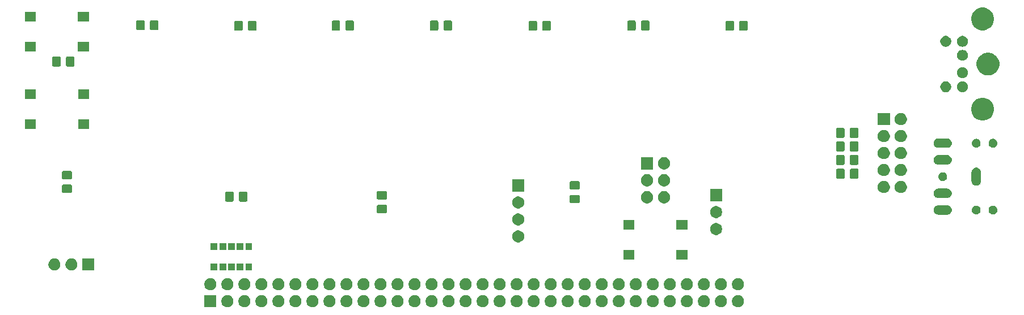
<source format=gbr>
G04 #@! TF.GenerationSoftware,KiCad,Pcbnew,5.1.5+dfsg1-2*
G04 #@! TF.CreationDate,2020-02-18T22:18:07+02:00*
G04 #@! TF.ProjectId,zxkbd,7a786b62-642e-46b6-9963-61645f706362,rev?*
G04 #@! TF.SameCoordinates,Original*
G04 #@! TF.FileFunction,Soldermask,Bot*
G04 #@! TF.FilePolarity,Negative*
%FSLAX46Y46*%
G04 Gerber Fmt 4.6, Leading zero omitted, Abs format (unit mm)*
G04 Created by KiCad (PCBNEW 5.1.5+dfsg1-2) date 2020-02-18 22:18:07*
%MOMM*%
%LPD*%
G04 APERTURE LIST*
%ADD10C,0.100000*%
G04 APERTURE END LIST*
D10*
G36*
X130973512Y-147353927D02*
G01*
X131122812Y-147383624D01*
X131286784Y-147451544D01*
X131434354Y-147550147D01*
X131559853Y-147675646D01*
X131658456Y-147823216D01*
X131726376Y-147987188D01*
X131761000Y-148161259D01*
X131761000Y-148338741D01*
X131726376Y-148512812D01*
X131658456Y-148676784D01*
X131559853Y-148824354D01*
X131434354Y-148949853D01*
X131286784Y-149048456D01*
X131122812Y-149116376D01*
X130973512Y-149146073D01*
X130948742Y-149151000D01*
X130771258Y-149151000D01*
X130746488Y-149146073D01*
X130597188Y-149116376D01*
X130433216Y-149048456D01*
X130285646Y-148949853D01*
X130160147Y-148824354D01*
X130061544Y-148676784D01*
X129993624Y-148512812D01*
X129959000Y-148338741D01*
X129959000Y-148161259D01*
X129993624Y-147987188D01*
X130061544Y-147823216D01*
X130160147Y-147675646D01*
X130285646Y-147550147D01*
X130433216Y-147451544D01*
X130597188Y-147383624D01*
X130746488Y-147353927D01*
X130771258Y-147349000D01*
X130948742Y-147349000D01*
X130973512Y-147353927D01*
G37*
G36*
X108901000Y-149151000D02*
G01*
X107099000Y-149151000D01*
X107099000Y-147349000D01*
X108901000Y-147349000D01*
X108901000Y-149151000D01*
G37*
G36*
X110653512Y-147353927D02*
G01*
X110802812Y-147383624D01*
X110966784Y-147451544D01*
X111114354Y-147550147D01*
X111239853Y-147675646D01*
X111338456Y-147823216D01*
X111406376Y-147987188D01*
X111441000Y-148161259D01*
X111441000Y-148338741D01*
X111406376Y-148512812D01*
X111338456Y-148676784D01*
X111239853Y-148824354D01*
X111114354Y-148949853D01*
X110966784Y-149048456D01*
X110802812Y-149116376D01*
X110653512Y-149146073D01*
X110628742Y-149151000D01*
X110451258Y-149151000D01*
X110426488Y-149146073D01*
X110277188Y-149116376D01*
X110113216Y-149048456D01*
X109965646Y-148949853D01*
X109840147Y-148824354D01*
X109741544Y-148676784D01*
X109673624Y-148512812D01*
X109639000Y-148338741D01*
X109639000Y-148161259D01*
X109673624Y-147987188D01*
X109741544Y-147823216D01*
X109840147Y-147675646D01*
X109965646Y-147550147D01*
X110113216Y-147451544D01*
X110277188Y-147383624D01*
X110426488Y-147353927D01*
X110451258Y-147349000D01*
X110628742Y-147349000D01*
X110653512Y-147353927D01*
G37*
G36*
X113193512Y-147353927D02*
G01*
X113342812Y-147383624D01*
X113506784Y-147451544D01*
X113654354Y-147550147D01*
X113779853Y-147675646D01*
X113878456Y-147823216D01*
X113946376Y-147987188D01*
X113981000Y-148161259D01*
X113981000Y-148338741D01*
X113946376Y-148512812D01*
X113878456Y-148676784D01*
X113779853Y-148824354D01*
X113654354Y-148949853D01*
X113506784Y-149048456D01*
X113342812Y-149116376D01*
X113193512Y-149146073D01*
X113168742Y-149151000D01*
X112991258Y-149151000D01*
X112966488Y-149146073D01*
X112817188Y-149116376D01*
X112653216Y-149048456D01*
X112505646Y-148949853D01*
X112380147Y-148824354D01*
X112281544Y-148676784D01*
X112213624Y-148512812D01*
X112179000Y-148338741D01*
X112179000Y-148161259D01*
X112213624Y-147987188D01*
X112281544Y-147823216D01*
X112380147Y-147675646D01*
X112505646Y-147550147D01*
X112653216Y-147451544D01*
X112817188Y-147383624D01*
X112966488Y-147353927D01*
X112991258Y-147349000D01*
X113168742Y-147349000D01*
X113193512Y-147353927D01*
G37*
G36*
X115733512Y-147353927D02*
G01*
X115882812Y-147383624D01*
X116046784Y-147451544D01*
X116194354Y-147550147D01*
X116319853Y-147675646D01*
X116418456Y-147823216D01*
X116486376Y-147987188D01*
X116521000Y-148161259D01*
X116521000Y-148338741D01*
X116486376Y-148512812D01*
X116418456Y-148676784D01*
X116319853Y-148824354D01*
X116194354Y-148949853D01*
X116046784Y-149048456D01*
X115882812Y-149116376D01*
X115733512Y-149146073D01*
X115708742Y-149151000D01*
X115531258Y-149151000D01*
X115506488Y-149146073D01*
X115357188Y-149116376D01*
X115193216Y-149048456D01*
X115045646Y-148949853D01*
X114920147Y-148824354D01*
X114821544Y-148676784D01*
X114753624Y-148512812D01*
X114719000Y-148338741D01*
X114719000Y-148161259D01*
X114753624Y-147987188D01*
X114821544Y-147823216D01*
X114920147Y-147675646D01*
X115045646Y-147550147D01*
X115193216Y-147451544D01*
X115357188Y-147383624D01*
X115506488Y-147353927D01*
X115531258Y-147349000D01*
X115708742Y-147349000D01*
X115733512Y-147353927D01*
G37*
G36*
X118273512Y-147353927D02*
G01*
X118422812Y-147383624D01*
X118586784Y-147451544D01*
X118734354Y-147550147D01*
X118859853Y-147675646D01*
X118958456Y-147823216D01*
X119026376Y-147987188D01*
X119061000Y-148161259D01*
X119061000Y-148338741D01*
X119026376Y-148512812D01*
X118958456Y-148676784D01*
X118859853Y-148824354D01*
X118734354Y-148949853D01*
X118586784Y-149048456D01*
X118422812Y-149116376D01*
X118273512Y-149146073D01*
X118248742Y-149151000D01*
X118071258Y-149151000D01*
X118046488Y-149146073D01*
X117897188Y-149116376D01*
X117733216Y-149048456D01*
X117585646Y-148949853D01*
X117460147Y-148824354D01*
X117361544Y-148676784D01*
X117293624Y-148512812D01*
X117259000Y-148338741D01*
X117259000Y-148161259D01*
X117293624Y-147987188D01*
X117361544Y-147823216D01*
X117460147Y-147675646D01*
X117585646Y-147550147D01*
X117733216Y-147451544D01*
X117897188Y-147383624D01*
X118046488Y-147353927D01*
X118071258Y-147349000D01*
X118248742Y-147349000D01*
X118273512Y-147353927D01*
G37*
G36*
X120813512Y-147353927D02*
G01*
X120962812Y-147383624D01*
X121126784Y-147451544D01*
X121274354Y-147550147D01*
X121399853Y-147675646D01*
X121498456Y-147823216D01*
X121566376Y-147987188D01*
X121601000Y-148161259D01*
X121601000Y-148338741D01*
X121566376Y-148512812D01*
X121498456Y-148676784D01*
X121399853Y-148824354D01*
X121274354Y-148949853D01*
X121126784Y-149048456D01*
X120962812Y-149116376D01*
X120813512Y-149146073D01*
X120788742Y-149151000D01*
X120611258Y-149151000D01*
X120586488Y-149146073D01*
X120437188Y-149116376D01*
X120273216Y-149048456D01*
X120125646Y-148949853D01*
X120000147Y-148824354D01*
X119901544Y-148676784D01*
X119833624Y-148512812D01*
X119799000Y-148338741D01*
X119799000Y-148161259D01*
X119833624Y-147987188D01*
X119901544Y-147823216D01*
X120000147Y-147675646D01*
X120125646Y-147550147D01*
X120273216Y-147451544D01*
X120437188Y-147383624D01*
X120586488Y-147353927D01*
X120611258Y-147349000D01*
X120788742Y-147349000D01*
X120813512Y-147353927D01*
G37*
G36*
X123353512Y-147353927D02*
G01*
X123502812Y-147383624D01*
X123666784Y-147451544D01*
X123814354Y-147550147D01*
X123939853Y-147675646D01*
X124038456Y-147823216D01*
X124106376Y-147987188D01*
X124141000Y-148161259D01*
X124141000Y-148338741D01*
X124106376Y-148512812D01*
X124038456Y-148676784D01*
X123939853Y-148824354D01*
X123814354Y-148949853D01*
X123666784Y-149048456D01*
X123502812Y-149116376D01*
X123353512Y-149146073D01*
X123328742Y-149151000D01*
X123151258Y-149151000D01*
X123126488Y-149146073D01*
X122977188Y-149116376D01*
X122813216Y-149048456D01*
X122665646Y-148949853D01*
X122540147Y-148824354D01*
X122441544Y-148676784D01*
X122373624Y-148512812D01*
X122339000Y-148338741D01*
X122339000Y-148161259D01*
X122373624Y-147987188D01*
X122441544Y-147823216D01*
X122540147Y-147675646D01*
X122665646Y-147550147D01*
X122813216Y-147451544D01*
X122977188Y-147383624D01*
X123126488Y-147353927D01*
X123151258Y-147349000D01*
X123328742Y-147349000D01*
X123353512Y-147353927D01*
G37*
G36*
X125893512Y-147353927D02*
G01*
X126042812Y-147383624D01*
X126206784Y-147451544D01*
X126354354Y-147550147D01*
X126479853Y-147675646D01*
X126578456Y-147823216D01*
X126646376Y-147987188D01*
X126681000Y-148161259D01*
X126681000Y-148338741D01*
X126646376Y-148512812D01*
X126578456Y-148676784D01*
X126479853Y-148824354D01*
X126354354Y-148949853D01*
X126206784Y-149048456D01*
X126042812Y-149116376D01*
X125893512Y-149146073D01*
X125868742Y-149151000D01*
X125691258Y-149151000D01*
X125666488Y-149146073D01*
X125517188Y-149116376D01*
X125353216Y-149048456D01*
X125205646Y-148949853D01*
X125080147Y-148824354D01*
X124981544Y-148676784D01*
X124913624Y-148512812D01*
X124879000Y-148338741D01*
X124879000Y-148161259D01*
X124913624Y-147987188D01*
X124981544Y-147823216D01*
X125080147Y-147675646D01*
X125205646Y-147550147D01*
X125353216Y-147451544D01*
X125517188Y-147383624D01*
X125666488Y-147353927D01*
X125691258Y-147349000D01*
X125868742Y-147349000D01*
X125893512Y-147353927D01*
G37*
G36*
X151293512Y-147353927D02*
G01*
X151442812Y-147383624D01*
X151606784Y-147451544D01*
X151754354Y-147550147D01*
X151879853Y-147675646D01*
X151978456Y-147823216D01*
X152046376Y-147987188D01*
X152081000Y-148161259D01*
X152081000Y-148338741D01*
X152046376Y-148512812D01*
X151978456Y-148676784D01*
X151879853Y-148824354D01*
X151754354Y-148949853D01*
X151606784Y-149048456D01*
X151442812Y-149116376D01*
X151293512Y-149146073D01*
X151268742Y-149151000D01*
X151091258Y-149151000D01*
X151066488Y-149146073D01*
X150917188Y-149116376D01*
X150753216Y-149048456D01*
X150605646Y-148949853D01*
X150480147Y-148824354D01*
X150381544Y-148676784D01*
X150313624Y-148512812D01*
X150279000Y-148338741D01*
X150279000Y-148161259D01*
X150313624Y-147987188D01*
X150381544Y-147823216D01*
X150480147Y-147675646D01*
X150605646Y-147550147D01*
X150753216Y-147451544D01*
X150917188Y-147383624D01*
X151066488Y-147353927D01*
X151091258Y-147349000D01*
X151268742Y-147349000D01*
X151293512Y-147353927D01*
G37*
G36*
X133513512Y-147353927D02*
G01*
X133662812Y-147383624D01*
X133826784Y-147451544D01*
X133974354Y-147550147D01*
X134099853Y-147675646D01*
X134198456Y-147823216D01*
X134266376Y-147987188D01*
X134301000Y-148161259D01*
X134301000Y-148338741D01*
X134266376Y-148512812D01*
X134198456Y-148676784D01*
X134099853Y-148824354D01*
X133974354Y-148949853D01*
X133826784Y-149048456D01*
X133662812Y-149116376D01*
X133513512Y-149146073D01*
X133488742Y-149151000D01*
X133311258Y-149151000D01*
X133286488Y-149146073D01*
X133137188Y-149116376D01*
X132973216Y-149048456D01*
X132825646Y-148949853D01*
X132700147Y-148824354D01*
X132601544Y-148676784D01*
X132533624Y-148512812D01*
X132499000Y-148338741D01*
X132499000Y-148161259D01*
X132533624Y-147987188D01*
X132601544Y-147823216D01*
X132700147Y-147675646D01*
X132825646Y-147550147D01*
X132973216Y-147451544D01*
X133137188Y-147383624D01*
X133286488Y-147353927D01*
X133311258Y-147349000D01*
X133488742Y-147349000D01*
X133513512Y-147353927D01*
G37*
G36*
X136053512Y-147353927D02*
G01*
X136202812Y-147383624D01*
X136366784Y-147451544D01*
X136514354Y-147550147D01*
X136639853Y-147675646D01*
X136738456Y-147823216D01*
X136806376Y-147987188D01*
X136841000Y-148161259D01*
X136841000Y-148338741D01*
X136806376Y-148512812D01*
X136738456Y-148676784D01*
X136639853Y-148824354D01*
X136514354Y-148949853D01*
X136366784Y-149048456D01*
X136202812Y-149116376D01*
X136053512Y-149146073D01*
X136028742Y-149151000D01*
X135851258Y-149151000D01*
X135826488Y-149146073D01*
X135677188Y-149116376D01*
X135513216Y-149048456D01*
X135365646Y-148949853D01*
X135240147Y-148824354D01*
X135141544Y-148676784D01*
X135073624Y-148512812D01*
X135039000Y-148338741D01*
X135039000Y-148161259D01*
X135073624Y-147987188D01*
X135141544Y-147823216D01*
X135240147Y-147675646D01*
X135365646Y-147550147D01*
X135513216Y-147451544D01*
X135677188Y-147383624D01*
X135826488Y-147353927D01*
X135851258Y-147349000D01*
X136028742Y-147349000D01*
X136053512Y-147353927D01*
G37*
G36*
X138593512Y-147353927D02*
G01*
X138742812Y-147383624D01*
X138906784Y-147451544D01*
X139054354Y-147550147D01*
X139179853Y-147675646D01*
X139278456Y-147823216D01*
X139346376Y-147987188D01*
X139381000Y-148161259D01*
X139381000Y-148338741D01*
X139346376Y-148512812D01*
X139278456Y-148676784D01*
X139179853Y-148824354D01*
X139054354Y-148949853D01*
X138906784Y-149048456D01*
X138742812Y-149116376D01*
X138593512Y-149146073D01*
X138568742Y-149151000D01*
X138391258Y-149151000D01*
X138366488Y-149146073D01*
X138217188Y-149116376D01*
X138053216Y-149048456D01*
X137905646Y-148949853D01*
X137780147Y-148824354D01*
X137681544Y-148676784D01*
X137613624Y-148512812D01*
X137579000Y-148338741D01*
X137579000Y-148161259D01*
X137613624Y-147987188D01*
X137681544Y-147823216D01*
X137780147Y-147675646D01*
X137905646Y-147550147D01*
X138053216Y-147451544D01*
X138217188Y-147383624D01*
X138366488Y-147353927D01*
X138391258Y-147349000D01*
X138568742Y-147349000D01*
X138593512Y-147353927D01*
G37*
G36*
X141133512Y-147353927D02*
G01*
X141282812Y-147383624D01*
X141446784Y-147451544D01*
X141594354Y-147550147D01*
X141719853Y-147675646D01*
X141818456Y-147823216D01*
X141886376Y-147987188D01*
X141921000Y-148161259D01*
X141921000Y-148338741D01*
X141886376Y-148512812D01*
X141818456Y-148676784D01*
X141719853Y-148824354D01*
X141594354Y-148949853D01*
X141446784Y-149048456D01*
X141282812Y-149116376D01*
X141133512Y-149146073D01*
X141108742Y-149151000D01*
X140931258Y-149151000D01*
X140906488Y-149146073D01*
X140757188Y-149116376D01*
X140593216Y-149048456D01*
X140445646Y-148949853D01*
X140320147Y-148824354D01*
X140221544Y-148676784D01*
X140153624Y-148512812D01*
X140119000Y-148338741D01*
X140119000Y-148161259D01*
X140153624Y-147987188D01*
X140221544Y-147823216D01*
X140320147Y-147675646D01*
X140445646Y-147550147D01*
X140593216Y-147451544D01*
X140757188Y-147383624D01*
X140906488Y-147353927D01*
X140931258Y-147349000D01*
X141108742Y-147349000D01*
X141133512Y-147353927D01*
G37*
G36*
X143673512Y-147353927D02*
G01*
X143822812Y-147383624D01*
X143986784Y-147451544D01*
X144134354Y-147550147D01*
X144259853Y-147675646D01*
X144358456Y-147823216D01*
X144426376Y-147987188D01*
X144461000Y-148161259D01*
X144461000Y-148338741D01*
X144426376Y-148512812D01*
X144358456Y-148676784D01*
X144259853Y-148824354D01*
X144134354Y-148949853D01*
X143986784Y-149048456D01*
X143822812Y-149116376D01*
X143673512Y-149146073D01*
X143648742Y-149151000D01*
X143471258Y-149151000D01*
X143446488Y-149146073D01*
X143297188Y-149116376D01*
X143133216Y-149048456D01*
X142985646Y-148949853D01*
X142860147Y-148824354D01*
X142761544Y-148676784D01*
X142693624Y-148512812D01*
X142659000Y-148338741D01*
X142659000Y-148161259D01*
X142693624Y-147987188D01*
X142761544Y-147823216D01*
X142860147Y-147675646D01*
X142985646Y-147550147D01*
X143133216Y-147451544D01*
X143297188Y-147383624D01*
X143446488Y-147353927D01*
X143471258Y-147349000D01*
X143648742Y-147349000D01*
X143673512Y-147353927D01*
G37*
G36*
X146213512Y-147353927D02*
G01*
X146362812Y-147383624D01*
X146526784Y-147451544D01*
X146674354Y-147550147D01*
X146799853Y-147675646D01*
X146898456Y-147823216D01*
X146966376Y-147987188D01*
X147001000Y-148161259D01*
X147001000Y-148338741D01*
X146966376Y-148512812D01*
X146898456Y-148676784D01*
X146799853Y-148824354D01*
X146674354Y-148949853D01*
X146526784Y-149048456D01*
X146362812Y-149116376D01*
X146213512Y-149146073D01*
X146188742Y-149151000D01*
X146011258Y-149151000D01*
X145986488Y-149146073D01*
X145837188Y-149116376D01*
X145673216Y-149048456D01*
X145525646Y-148949853D01*
X145400147Y-148824354D01*
X145301544Y-148676784D01*
X145233624Y-148512812D01*
X145199000Y-148338741D01*
X145199000Y-148161259D01*
X145233624Y-147987188D01*
X145301544Y-147823216D01*
X145400147Y-147675646D01*
X145525646Y-147550147D01*
X145673216Y-147451544D01*
X145837188Y-147383624D01*
X145986488Y-147353927D01*
X146011258Y-147349000D01*
X146188742Y-147349000D01*
X146213512Y-147353927D01*
G37*
G36*
X171613512Y-147353927D02*
G01*
X171762812Y-147383624D01*
X171926784Y-147451544D01*
X172074354Y-147550147D01*
X172199853Y-147675646D01*
X172298456Y-147823216D01*
X172366376Y-147987188D01*
X172401000Y-148161259D01*
X172401000Y-148338741D01*
X172366376Y-148512812D01*
X172298456Y-148676784D01*
X172199853Y-148824354D01*
X172074354Y-148949853D01*
X171926784Y-149048456D01*
X171762812Y-149116376D01*
X171613512Y-149146073D01*
X171588742Y-149151000D01*
X171411258Y-149151000D01*
X171386488Y-149146073D01*
X171237188Y-149116376D01*
X171073216Y-149048456D01*
X170925646Y-148949853D01*
X170800147Y-148824354D01*
X170701544Y-148676784D01*
X170633624Y-148512812D01*
X170599000Y-148338741D01*
X170599000Y-148161259D01*
X170633624Y-147987188D01*
X170701544Y-147823216D01*
X170800147Y-147675646D01*
X170925646Y-147550147D01*
X171073216Y-147451544D01*
X171237188Y-147383624D01*
X171386488Y-147353927D01*
X171411258Y-147349000D01*
X171588742Y-147349000D01*
X171613512Y-147353927D01*
G37*
G36*
X186853512Y-147353927D02*
G01*
X187002812Y-147383624D01*
X187166784Y-147451544D01*
X187314354Y-147550147D01*
X187439853Y-147675646D01*
X187538456Y-147823216D01*
X187606376Y-147987188D01*
X187641000Y-148161259D01*
X187641000Y-148338741D01*
X187606376Y-148512812D01*
X187538456Y-148676784D01*
X187439853Y-148824354D01*
X187314354Y-148949853D01*
X187166784Y-149048456D01*
X187002812Y-149116376D01*
X186853512Y-149146073D01*
X186828742Y-149151000D01*
X186651258Y-149151000D01*
X186626488Y-149146073D01*
X186477188Y-149116376D01*
X186313216Y-149048456D01*
X186165646Y-148949853D01*
X186040147Y-148824354D01*
X185941544Y-148676784D01*
X185873624Y-148512812D01*
X185839000Y-148338741D01*
X185839000Y-148161259D01*
X185873624Y-147987188D01*
X185941544Y-147823216D01*
X186040147Y-147675646D01*
X186165646Y-147550147D01*
X186313216Y-147451544D01*
X186477188Y-147383624D01*
X186626488Y-147353927D01*
X186651258Y-147349000D01*
X186828742Y-147349000D01*
X186853512Y-147353927D01*
G37*
G36*
X128433512Y-147353927D02*
G01*
X128582812Y-147383624D01*
X128746784Y-147451544D01*
X128894354Y-147550147D01*
X129019853Y-147675646D01*
X129118456Y-147823216D01*
X129186376Y-147987188D01*
X129221000Y-148161259D01*
X129221000Y-148338741D01*
X129186376Y-148512812D01*
X129118456Y-148676784D01*
X129019853Y-148824354D01*
X128894354Y-148949853D01*
X128746784Y-149048456D01*
X128582812Y-149116376D01*
X128433512Y-149146073D01*
X128408742Y-149151000D01*
X128231258Y-149151000D01*
X128206488Y-149146073D01*
X128057188Y-149116376D01*
X127893216Y-149048456D01*
X127745646Y-148949853D01*
X127620147Y-148824354D01*
X127521544Y-148676784D01*
X127453624Y-148512812D01*
X127419000Y-148338741D01*
X127419000Y-148161259D01*
X127453624Y-147987188D01*
X127521544Y-147823216D01*
X127620147Y-147675646D01*
X127745646Y-147550147D01*
X127893216Y-147451544D01*
X128057188Y-147383624D01*
X128206488Y-147353927D01*
X128231258Y-147349000D01*
X128408742Y-147349000D01*
X128433512Y-147353927D01*
G37*
G36*
X153833512Y-147353927D02*
G01*
X153982812Y-147383624D01*
X154146784Y-147451544D01*
X154294354Y-147550147D01*
X154419853Y-147675646D01*
X154518456Y-147823216D01*
X154586376Y-147987188D01*
X154621000Y-148161259D01*
X154621000Y-148338741D01*
X154586376Y-148512812D01*
X154518456Y-148676784D01*
X154419853Y-148824354D01*
X154294354Y-148949853D01*
X154146784Y-149048456D01*
X153982812Y-149116376D01*
X153833512Y-149146073D01*
X153808742Y-149151000D01*
X153631258Y-149151000D01*
X153606488Y-149146073D01*
X153457188Y-149116376D01*
X153293216Y-149048456D01*
X153145646Y-148949853D01*
X153020147Y-148824354D01*
X152921544Y-148676784D01*
X152853624Y-148512812D01*
X152819000Y-148338741D01*
X152819000Y-148161259D01*
X152853624Y-147987188D01*
X152921544Y-147823216D01*
X153020147Y-147675646D01*
X153145646Y-147550147D01*
X153293216Y-147451544D01*
X153457188Y-147383624D01*
X153606488Y-147353927D01*
X153631258Y-147349000D01*
X153808742Y-147349000D01*
X153833512Y-147353927D01*
G37*
G36*
X156373512Y-147353927D02*
G01*
X156522812Y-147383624D01*
X156686784Y-147451544D01*
X156834354Y-147550147D01*
X156959853Y-147675646D01*
X157058456Y-147823216D01*
X157126376Y-147987188D01*
X157161000Y-148161259D01*
X157161000Y-148338741D01*
X157126376Y-148512812D01*
X157058456Y-148676784D01*
X156959853Y-148824354D01*
X156834354Y-148949853D01*
X156686784Y-149048456D01*
X156522812Y-149116376D01*
X156373512Y-149146073D01*
X156348742Y-149151000D01*
X156171258Y-149151000D01*
X156146488Y-149146073D01*
X155997188Y-149116376D01*
X155833216Y-149048456D01*
X155685646Y-148949853D01*
X155560147Y-148824354D01*
X155461544Y-148676784D01*
X155393624Y-148512812D01*
X155359000Y-148338741D01*
X155359000Y-148161259D01*
X155393624Y-147987188D01*
X155461544Y-147823216D01*
X155560147Y-147675646D01*
X155685646Y-147550147D01*
X155833216Y-147451544D01*
X155997188Y-147383624D01*
X156146488Y-147353927D01*
X156171258Y-147349000D01*
X156348742Y-147349000D01*
X156373512Y-147353927D01*
G37*
G36*
X158913512Y-147353927D02*
G01*
X159062812Y-147383624D01*
X159226784Y-147451544D01*
X159374354Y-147550147D01*
X159499853Y-147675646D01*
X159598456Y-147823216D01*
X159666376Y-147987188D01*
X159701000Y-148161259D01*
X159701000Y-148338741D01*
X159666376Y-148512812D01*
X159598456Y-148676784D01*
X159499853Y-148824354D01*
X159374354Y-148949853D01*
X159226784Y-149048456D01*
X159062812Y-149116376D01*
X158913512Y-149146073D01*
X158888742Y-149151000D01*
X158711258Y-149151000D01*
X158686488Y-149146073D01*
X158537188Y-149116376D01*
X158373216Y-149048456D01*
X158225646Y-148949853D01*
X158100147Y-148824354D01*
X158001544Y-148676784D01*
X157933624Y-148512812D01*
X157899000Y-148338741D01*
X157899000Y-148161259D01*
X157933624Y-147987188D01*
X158001544Y-147823216D01*
X158100147Y-147675646D01*
X158225646Y-147550147D01*
X158373216Y-147451544D01*
X158537188Y-147383624D01*
X158686488Y-147353927D01*
X158711258Y-147349000D01*
X158888742Y-147349000D01*
X158913512Y-147353927D01*
G37*
G36*
X161453512Y-147353927D02*
G01*
X161602812Y-147383624D01*
X161766784Y-147451544D01*
X161914354Y-147550147D01*
X162039853Y-147675646D01*
X162138456Y-147823216D01*
X162206376Y-147987188D01*
X162241000Y-148161259D01*
X162241000Y-148338741D01*
X162206376Y-148512812D01*
X162138456Y-148676784D01*
X162039853Y-148824354D01*
X161914354Y-148949853D01*
X161766784Y-149048456D01*
X161602812Y-149116376D01*
X161453512Y-149146073D01*
X161428742Y-149151000D01*
X161251258Y-149151000D01*
X161226488Y-149146073D01*
X161077188Y-149116376D01*
X160913216Y-149048456D01*
X160765646Y-148949853D01*
X160640147Y-148824354D01*
X160541544Y-148676784D01*
X160473624Y-148512812D01*
X160439000Y-148338741D01*
X160439000Y-148161259D01*
X160473624Y-147987188D01*
X160541544Y-147823216D01*
X160640147Y-147675646D01*
X160765646Y-147550147D01*
X160913216Y-147451544D01*
X161077188Y-147383624D01*
X161226488Y-147353927D01*
X161251258Y-147349000D01*
X161428742Y-147349000D01*
X161453512Y-147353927D01*
G37*
G36*
X163993512Y-147353927D02*
G01*
X164142812Y-147383624D01*
X164306784Y-147451544D01*
X164454354Y-147550147D01*
X164579853Y-147675646D01*
X164678456Y-147823216D01*
X164746376Y-147987188D01*
X164781000Y-148161259D01*
X164781000Y-148338741D01*
X164746376Y-148512812D01*
X164678456Y-148676784D01*
X164579853Y-148824354D01*
X164454354Y-148949853D01*
X164306784Y-149048456D01*
X164142812Y-149116376D01*
X163993512Y-149146073D01*
X163968742Y-149151000D01*
X163791258Y-149151000D01*
X163766488Y-149146073D01*
X163617188Y-149116376D01*
X163453216Y-149048456D01*
X163305646Y-148949853D01*
X163180147Y-148824354D01*
X163081544Y-148676784D01*
X163013624Y-148512812D01*
X162979000Y-148338741D01*
X162979000Y-148161259D01*
X163013624Y-147987188D01*
X163081544Y-147823216D01*
X163180147Y-147675646D01*
X163305646Y-147550147D01*
X163453216Y-147451544D01*
X163617188Y-147383624D01*
X163766488Y-147353927D01*
X163791258Y-147349000D01*
X163968742Y-147349000D01*
X163993512Y-147353927D01*
G37*
G36*
X166533512Y-147353927D02*
G01*
X166682812Y-147383624D01*
X166846784Y-147451544D01*
X166994354Y-147550147D01*
X167119853Y-147675646D01*
X167218456Y-147823216D01*
X167286376Y-147987188D01*
X167321000Y-148161259D01*
X167321000Y-148338741D01*
X167286376Y-148512812D01*
X167218456Y-148676784D01*
X167119853Y-148824354D01*
X166994354Y-148949853D01*
X166846784Y-149048456D01*
X166682812Y-149116376D01*
X166533512Y-149146073D01*
X166508742Y-149151000D01*
X166331258Y-149151000D01*
X166306488Y-149146073D01*
X166157188Y-149116376D01*
X165993216Y-149048456D01*
X165845646Y-148949853D01*
X165720147Y-148824354D01*
X165621544Y-148676784D01*
X165553624Y-148512812D01*
X165519000Y-148338741D01*
X165519000Y-148161259D01*
X165553624Y-147987188D01*
X165621544Y-147823216D01*
X165720147Y-147675646D01*
X165845646Y-147550147D01*
X165993216Y-147451544D01*
X166157188Y-147383624D01*
X166306488Y-147353927D01*
X166331258Y-147349000D01*
X166508742Y-147349000D01*
X166533512Y-147353927D01*
G37*
G36*
X169073512Y-147353927D02*
G01*
X169222812Y-147383624D01*
X169386784Y-147451544D01*
X169534354Y-147550147D01*
X169659853Y-147675646D01*
X169758456Y-147823216D01*
X169826376Y-147987188D01*
X169861000Y-148161259D01*
X169861000Y-148338741D01*
X169826376Y-148512812D01*
X169758456Y-148676784D01*
X169659853Y-148824354D01*
X169534354Y-148949853D01*
X169386784Y-149048456D01*
X169222812Y-149116376D01*
X169073512Y-149146073D01*
X169048742Y-149151000D01*
X168871258Y-149151000D01*
X168846488Y-149146073D01*
X168697188Y-149116376D01*
X168533216Y-149048456D01*
X168385646Y-148949853D01*
X168260147Y-148824354D01*
X168161544Y-148676784D01*
X168093624Y-148512812D01*
X168059000Y-148338741D01*
X168059000Y-148161259D01*
X168093624Y-147987188D01*
X168161544Y-147823216D01*
X168260147Y-147675646D01*
X168385646Y-147550147D01*
X168533216Y-147451544D01*
X168697188Y-147383624D01*
X168846488Y-147353927D01*
X168871258Y-147349000D01*
X169048742Y-147349000D01*
X169073512Y-147353927D01*
G37*
G36*
X148753512Y-147353927D02*
G01*
X148902812Y-147383624D01*
X149066784Y-147451544D01*
X149214354Y-147550147D01*
X149339853Y-147675646D01*
X149438456Y-147823216D01*
X149506376Y-147987188D01*
X149541000Y-148161259D01*
X149541000Y-148338741D01*
X149506376Y-148512812D01*
X149438456Y-148676784D01*
X149339853Y-148824354D01*
X149214354Y-148949853D01*
X149066784Y-149048456D01*
X148902812Y-149116376D01*
X148753512Y-149146073D01*
X148728742Y-149151000D01*
X148551258Y-149151000D01*
X148526488Y-149146073D01*
X148377188Y-149116376D01*
X148213216Y-149048456D01*
X148065646Y-148949853D01*
X147940147Y-148824354D01*
X147841544Y-148676784D01*
X147773624Y-148512812D01*
X147739000Y-148338741D01*
X147739000Y-148161259D01*
X147773624Y-147987188D01*
X147841544Y-147823216D01*
X147940147Y-147675646D01*
X148065646Y-147550147D01*
X148213216Y-147451544D01*
X148377188Y-147383624D01*
X148526488Y-147353927D01*
X148551258Y-147349000D01*
X148728742Y-147349000D01*
X148753512Y-147353927D01*
G37*
G36*
X174153512Y-147353927D02*
G01*
X174302812Y-147383624D01*
X174466784Y-147451544D01*
X174614354Y-147550147D01*
X174739853Y-147675646D01*
X174838456Y-147823216D01*
X174906376Y-147987188D01*
X174941000Y-148161259D01*
X174941000Y-148338741D01*
X174906376Y-148512812D01*
X174838456Y-148676784D01*
X174739853Y-148824354D01*
X174614354Y-148949853D01*
X174466784Y-149048456D01*
X174302812Y-149116376D01*
X174153512Y-149146073D01*
X174128742Y-149151000D01*
X173951258Y-149151000D01*
X173926488Y-149146073D01*
X173777188Y-149116376D01*
X173613216Y-149048456D01*
X173465646Y-148949853D01*
X173340147Y-148824354D01*
X173241544Y-148676784D01*
X173173624Y-148512812D01*
X173139000Y-148338741D01*
X173139000Y-148161259D01*
X173173624Y-147987188D01*
X173241544Y-147823216D01*
X173340147Y-147675646D01*
X173465646Y-147550147D01*
X173613216Y-147451544D01*
X173777188Y-147383624D01*
X173926488Y-147353927D01*
X173951258Y-147349000D01*
X174128742Y-147349000D01*
X174153512Y-147353927D01*
G37*
G36*
X176693512Y-147353927D02*
G01*
X176842812Y-147383624D01*
X177006784Y-147451544D01*
X177154354Y-147550147D01*
X177279853Y-147675646D01*
X177378456Y-147823216D01*
X177446376Y-147987188D01*
X177481000Y-148161259D01*
X177481000Y-148338741D01*
X177446376Y-148512812D01*
X177378456Y-148676784D01*
X177279853Y-148824354D01*
X177154354Y-148949853D01*
X177006784Y-149048456D01*
X176842812Y-149116376D01*
X176693512Y-149146073D01*
X176668742Y-149151000D01*
X176491258Y-149151000D01*
X176466488Y-149146073D01*
X176317188Y-149116376D01*
X176153216Y-149048456D01*
X176005646Y-148949853D01*
X175880147Y-148824354D01*
X175781544Y-148676784D01*
X175713624Y-148512812D01*
X175679000Y-148338741D01*
X175679000Y-148161259D01*
X175713624Y-147987188D01*
X175781544Y-147823216D01*
X175880147Y-147675646D01*
X176005646Y-147550147D01*
X176153216Y-147451544D01*
X176317188Y-147383624D01*
X176466488Y-147353927D01*
X176491258Y-147349000D01*
X176668742Y-147349000D01*
X176693512Y-147353927D01*
G37*
G36*
X179233512Y-147353927D02*
G01*
X179382812Y-147383624D01*
X179546784Y-147451544D01*
X179694354Y-147550147D01*
X179819853Y-147675646D01*
X179918456Y-147823216D01*
X179986376Y-147987188D01*
X180021000Y-148161259D01*
X180021000Y-148338741D01*
X179986376Y-148512812D01*
X179918456Y-148676784D01*
X179819853Y-148824354D01*
X179694354Y-148949853D01*
X179546784Y-149048456D01*
X179382812Y-149116376D01*
X179233512Y-149146073D01*
X179208742Y-149151000D01*
X179031258Y-149151000D01*
X179006488Y-149146073D01*
X178857188Y-149116376D01*
X178693216Y-149048456D01*
X178545646Y-148949853D01*
X178420147Y-148824354D01*
X178321544Y-148676784D01*
X178253624Y-148512812D01*
X178219000Y-148338741D01*
X178219000Y-148161259D01*
X178253624Y-147987188D01*
X178321544Y-147823216D01*
X178420147Y-147675646D01*
X178545646Y-147550147D01*
X178693216Y-147451544D01*
X178857188Y-147383624D01*
X179006488Y-147353927D01*
X179031258Y-147349000D01*
X179208742Y-147349000D01*
X179233512Y-147353927D01*
G37*
G36*
X181773512Y-147353927D02*
G01*
X181922812Y-147383624D01*
X182086784Y-147451544D01*
X182234354Y-147550147D01*
X182359853Y-147675646D01*
X182458456Y-147823216D01*
X182526376Y-147987188D01*
X182561000Y-148161259D01*
X182561000Y-148338741D01*
X182526376Y-148512812D01*
X182458456Y-148676784D01*
X182359853Y-148824354D01*
X182234354Y-148949853D01*
X182086784Y-149048456D01*
X181922812Y-149116376D01*
X181773512Y-149146073D01*
X181748742Y-149151000D01*
X181571258Y-149151000D01*
X181546488Y-149146073D01*
X181397188Y-149116376D01*
X181233216Y-149048456D01*
X181085646Y-148949853D01*
X180960147Y-148824354D01*
X180861544Y-148676784D01*
X180793624Y-148512812D01*
X180759000Y-148338741D01*
X180759000Y-148161259D01*
X180793624Y-147987188D01*
X180861544Y-147823216D01*
X180960147Y-147675646D01*
X181085646Y-147550147D01*
X181233216Y-147451544D01*
X181397188Y-147383624D01*
X181546488Y-147353927D01*
X181571258Y-147349000D01*
X181748742Y-147349000D01*
X181773512Y-147353927D01*
G37*
G36*
X184313512Y-147353927D02*
G01*
X184462812Y-147383624D01*
X184626784Y-147451544D01*
X184774354Y-147550147D01*
X184899853Y-147675646D01*
X184998456Y-147823216D01*
X185066376Y-147987188D01*
X185101000Y-148161259D01*
X185101000Y-148338741D01*
X185066376Y-148512812D01*
X184998456Y-148676784D01*
X184899853Y-148824354D01*
X184774354Y-148949853D01*
X184626784Y-149048456D01*
X184462812Y-149116376D01*
X184313512Y-149146073D01*
X184288742Y-149151000D01*
X184111258Y-149151000D01*
X184086488Y-149146073D01*
X183937188Y-149116376D01*
X183773216Y-149048456D01*
X183625646Y-148949853D01*
X183500147Y-148824354D01*
X183401544Y-148676784D01*
X183333624Y-148512812D01*
X183299000Y-148338741D01*
X183299000Y-148161259D01*
X183333624Y-147987188D01*
X183401544Y-147823216D01*
X183500147Y-147675646D01*
X183625646Y-147550147D01*
X183773216Y-147451544D01*
X183937188Y-147383624D01*
X184086488Y-147353927D01*
X184111258Y-147349000D01*
X184288742Y-147349000D01*
X184313512Y-147353927D01*
G37*
G36*
X138593512Y-144813927D02*
G01*
X138742812Y-144843624D01*
X138906784Y-144911544D01*
X139054354Y-145010147D01*
X139179853Y-145135646D01*
X139278456Y-145283216D01*
X139346376Y-145447188D01*
X139381000Y-145621259D01*
X139381000Y-145798741D01*
X139346376Y-145972812D01*
X139278456Y-146136784D01*
X139179853Y-146284354D01*
X139054354Y-146409853D01*
X138906784Y-146508456D01*
X138742812Y-146576376D01*
X138593512Y-146606073D01*
X138568742Y-146611000D01*
X138391258Y-146611000D01*
X138366488Y-146606073D01*
X138217188Y-146576376D01*
X138053216Y-146508456D01*
X137905646Y-146409853D01*
X137780147Y-146284354D01*
X137681544Y-146136784D01*
X137613624Y-145972812D01*
X137579000Y-145798741D01*
X137579000Y-145621259D01*
X137613624Y-145447188D01*
X137681544Y-145283216D01*
X137780147Y-145135646D01*
X137905646Y-145010147D01*
X138053216Y-144911544D01*
X138217188Y-144843624D01*
X138366488Y-144813927D01*
X138391258Y-144809000D01*
X138568742Y-144809000D01*
X138593512Y-144813927D01*
G37*
G36*
X136053512Y-144813927D02*
G01*
X136202812Y-144843624D01*
X136366784Y-144911544D01*
X136514354Y-145010147D01*
X136639853Y-145135646D01*
X136738456Y-145283216D01*
X136806376Y-145447188D01*
X136841000Y-145621259D01*
X136841000Y-145798741D01*
X136806376Y-145972812D01*
X136738456Y-146136784D01*
X136639853Y-146284354D01*
X136514354Y-146409853D01*
X136366784Y-146508456D01*
X136202812Y-146576376D01*
X136053512Y-146606073D01*
X136028742Y-146611000D01*
X135851258Y-146611000D01*
X135826488Y-146606073D01*
X135677188Y-146576376D01*
X135513216Y-146508456D01*
X135365646Y-146409853D01*
X135240147Y-146284354D01*
X135141544Y-146136784D01*
X135073624Y-145972812D01*
X135039000Y-145798741D01*
X135039000Y-145621259D01*
X135073624Y-145447188D01*
X135141544Y-145283216D01*
X135240147Y-145135646D01*
X135365646Y-145010147D01*
X135513216Y-144911544D01*
X135677188Y-144843624D01*
X135826488Y-144813927D01*
X135851258Y-144809000D01*
X136028742Y-144809000D01*
X136053512Y-144813927D01*
G37*
G36*
X128433512Y-144813927D02*
G01*
X128582812Y-144843624D01*
X128746784Y-144911544D01*
X128894354Y-145010147D01*
X129019853Y-145135646D01*
X129118456Y-145283216D01*
X129186376Y-145447188D01*
X129221000Y-145621259D01*
X129221000Y-145798741D01*
X129186376Y-145972812D01*
X129118456Y-146136784D01*
X129019853Y-146284354D01*
X128894354Y-146409853D01*
X128746784Y-146508456D01*
X128582812Y-146576376D01*
X128433512Y-146606073D01*
X128408742Y-146611000D01*
X128231258Y-146611000D01*
X128206488Y-146606073D01*
X128057188Y-146576376D01*
X127893216Y-146508456D01*
X127745646Y-146409853D01*
X127620147Y-146284354D01*
X127521544Y-146136784D01*
X127453624Y-145972812D01*
X127419000Y-145798741D01*
X127419000Y-145621259D01*
X127453624Y-145447188D01*
X127521544Y-145283216D01*
X127620147Y-145135646D01*
X127745646Y-145010147D01*
X127893216Y-144911544D01*
X128057188Y-144843624D01*
X128206488Y-144813927D01*
X128231258Y-144809000D01*
X128408742Y-144809000D01*
X128433512Y-144813927D01*
G37*
G36*
X141133512Y-144813927D02*
G01*
X141282812Y-144843624D01*
X141446784Y-144911544D01*
X141594354Y-145010147D01*
X141719853Y-145135646D01*
X141818456Y-145283216D01*
X141886376Y-145447188D01*
X141921000Y-145621259D01*
X141921000Y-145798741D01*
X141886376Y-145972812D01*
X141818456Y-146136784D01*
X141719853Y-146284354D01*
X141594354Y-146409853D01*
X141446784Y-146508456D01*
X141282812Y-146576376D01*
X141133512Y-146606073D01*
X141108742Y-146611000D01*
X140931258Y-146611000D01*
X140906488Y-146606073D01*
X140757188Y-146576376D01*
X140593216Y-146508456D01*
X140445646Y-146409853D01*
X140320147Y-146284354D01*
X140221544Y-146136784D01*
X140153624Y-145972812D01*
X140119000Y-145798741D01*
X140119000Y-145621259D01*
X140153624Y-145447188D01*
X140221544Y-145283216D01*
X140320147Y-145135646D01*
X140445646Y-145010147D01*
X140593216Y-144911544D01*
X140757188Y-144843624D01*
X140906488Y-144813927D01*
X140931258Y-144809000D01*
X141108742Y-144809000D01*
X141133512Y-144813927D01*
G37*
G36*
X143673512Y-144813927D02*
G01*
X143822812Y-144843624D01*
X143986784Y-144911544D01*
X144134354Y-145010147D01*
X144259853Y-145135646D01*
X144358456Y-145283216D01*
X144426376Y-145447188D01*
X144461000Y-145621259D01*
X144461000Y-145798741D01*
X144426376Y-145972812D01*
X144358456Y-146136784D01*
X144259853Y-146284354D01*
X144134354Y-146409853D01*
X143986784Y-146508456D01*
X143822812Y-146576376D01*
X143673512Y-146606073D01*
X143648742Y-146611000D01*
X143471258Y-146611000D01*
X143446488Y-146606073D01*
X143297188Y-146576376D01*
X143133216Y-146508456D01*
X142985646Y-146409853D01*
X142860147Y-146284354D01*
X142761544Y-146136784D01*
X142693624Y-145972812D01*
X142659000Y-145798741D01*
X142659000Y-145621259D01*
X142693624Y-145447188D01*
X142761544Y-145283216D01*
X142860147Y-145135646D01*
X142985646Y-145010147D01*
X143133216Y-144911544D01*
X143297188Y-144843624D01*
X143446488Y-144813927D01*
X143471258Y-144809000D01*
X143648742Y-144809000D01*
X143673512Y-144813927D01*
G37*
G36*
X161453512Y-144813927D02*
G01*
X161602812Y-144843624D01*
X161766784Y-144911544D01*
X161914354Y-145010147D01*
X162039853Y-145135646D01*
X162138456Y-145283216D01*
X162206376Y-145447188D01*
X162241000Y-145621259D01*
X162241000Y-145798741D01*
X162206376Y-145972812D01*
X162138456Y-146136784D01*
X162039853Y-146284354D01*
X161914354Y-146409853D01*
X161766784Y-146508456D01*
X161602812Y-146576376D01*
X161453512Y-146606073D01*
X161428742Y-146611000D01*
X161251258Y-146611000D01*
X161226488Y-146606073D01*
X161077188Y-146576376D01*
X160913216Y-146508456D01*
X160765646Y-146409853D01*
X160640147Y-146284354D01*
X160541544Y-146136784D01*
X160473624Y-145972812D01*
X160439000Y-145798741D01*
X160439000Y-145621259D01*
X160473624Y-145447188D01*
X160541544Y-145283216D01*
X160640147Y-145135646D01*
X160765646Y-145010147D01*
X160913216Y-144911544D01*
X161077188Y-144843624D01*
X161226488Y-144813927D01*
X161251258Y-144809000D01*
X161428742Y-144809000D01*
X161453512Y-144813927D01*
G37*
G36*
X125893512Y-144813927D02*
G01*
X126042812Y-144843624D01*
X126206784Y-144911544D01*
X126354354Y-145010147D01*
X126479853Y-145135646D01*
X126578456Y-145283216D01*
X126646376Y-145447188D01*
X126681000Y-145621259D01*
X126681000Y-145798741D01*
X126646376Y-145972812D01*
X126578456Y-146136784D01*
X126479853Y-146284354D01*
X126354354Y-146409853D01*
X126206784Y-146508456D01*
X126042812Y-146576376D01*
X125893512Y-146606073D01*
X125868742Y-146611000D01*
X125691258Y-146611000D01*
X125666488Y-146606073D01*
X125517188Y-146576376D01*
X125353216Y-146508456D01*
X125205646Y-146409853D01*
X125080147Y-146284354D01*
X124981544Y-146136784D01*
X124913624Y-145972812D01*
X124879000Y-145798741D01*
X124879000Y-145621259D01*
X124913624Y-145447188D01*
X124981544Y-145283216D01*
X125080147Y-145135646D01*
X125205646Y-145010147D01*
X125353216Y-144911544D01*
X125517188Y-144843624D01*
X125666488Y-144813927D01*
X125691258Y-144809000D01*
X125868742Y-144809000D01*
X125893512Y-144813927D01*
G37*
G36*
X148753512Y-144813927D02*
G01*
X148902812Y-144843624D01*
X149066784Y-144911544D01*
X149214354Y-145010147D01*
X149339853Y-145135646D01*
X149438456Y-145283216D01*
X149506376Y-145447188D01*
X149541000Y-145621259D01*
X149541000Y-145798741D01*
X149506376Y-145972812D01*
X149438456Y-146136784D01*
X149339853Y-146284354D01*
X149214354Y-146409853D01*
X149066784Y-146508456D01*
X148902812Y-146576376D01*
X148753512Y-146606073D01*
X148728742Y-146611000D01*
X148551258Y-146611000D01*
X148526488Y-146606073D01*
X148377188Y-146576376D01*
X148213216Y-146508456D01*
X148065646Y-146409853D01*
X147940147Y-146284354D01*
X147841544Y-146136784D01*
X147773624Y-145972812D01*
X147739000Y-145798741D01*
X147739000Y-145621259D01*
X147773624Y-145447188D01*
X147841544Y-145283216D01*
X147940147Y-145135646D01*
X148065646Y-145010147D01*
X148213216Y-144911544D01*
X148377188Y-144843624D01*
X148526488Y-144813927D01*
X148551258Y-144809000D01*
X148728742Y-144809000D01*
X148753512Y-144813927D01*
G37*
G36*
X151293512Y-144813927D02*
G01*
X151442812Y-144843624D01*
X151606784Y-144911544D01*
X151754354Y-145010147D01*
X151879853Y-145135646D01*
X151978456Y-145283216D01*
X152046376Y-145447188D01*
X152081000Y-145621259D01*
X152081000Y-145798741D01*
X152046376Y-145972812D01*
X151978456Y-146136784D01*
X151879853Y-146284354D01*
X151754354Y-146409853D01*
X151606784Y-146508456D01*
X151442812Y-146576376D01*
X151293512Y-146606073D01*
X151268742Y-146611000D01*
X151091258Y-146611000D01*
X151066488Y-146606073D01*
X150917188Y-146576376D01*
X150753216Y-146508456D01*
X150605646Y-146409853D01*
X150480147Y-146284354D01*
X150381544Y-146136784D01*
X150313624Y-145972812D01*
X150279000Y-145798741D01*
X150279000Y-145621259D01*
X150313624Y-145447188D01*
X150381544Y-145283216D01*
X150480147Y-145135646D01*
X150605646Y-145010147D01*
X150753216Y-144911544D01*
X150917188Y-144843624D01*
X151066488Y-144813927D01*
X151091258Y-144809000D01*
X151268742Y-144809000D01*
X151293512Y-144813927D01*
G37*
G36*
X123353512Y-144813927D02*
G01*
X123502812Y-144843624D01*
X123666784Y-144911544D01*
X123814354Y-145010147D01*
X123939853Y-145135646D01*
X124038456Y-145283216D01*
X124106376Y-145447188D01*
X124141000Y-145621259D01*
X124141000Y-145798741D01*
X124106376Y-145972812D01*
X124038456Y-146136784D01*
X123939853Y-146284354D01*
X123814354Y-146409853D01*
X123666784Y-146508456D01*
X123502812Y-146576376D01*
X123353512Y-146606073D01*
X123328742Y-146611000D01*
X123151258Y-146611000D01*
X123126488Y-146606073D01*
X122977188Y-146576376D01*
X122813216Y-146508456D01*
X122665646Y-146409853D01*
X122540147Y-146284354D01*
X122441544Y-146136784D01*
X122373624Y-145972812D01*
X122339000Y-145798741D01*
X122339000Y-145621259D01*
X122373624Y-145447188D01*
X122441544Y-145283216D01*
X122540147Y-145135646D01*
X122665646Y-145010147D01*
X122813216Y-144911544D01*
X122977188Y-144843624D01*
X123126488Y-144813927D01*
X123151258Y-144809000D01*
X123328742Y-144809000D01*
X123353512Y-144813927D01*
G37*
G36*
X153833512Y-144813927D02*
G01*
X153982812Y-144843624D01*
X154146784Y-144911544D01*
X154294354Y-145010147D01*
X154419853Y-145135646D01*
X154518456Y-145283216D01*
X154586376Y-145447188D01*
X154621000Y-145621259D01*
X154621000Y-145798741D01*
X154586376Y-145972812D01*
X154518456Y-146136784D01*
X154419853Y-146284354D01*
X154294354Y-146409853D01*
X154146784Y-146508456D01*
X153982812Y-146576376D01*
X153833512Y-146606073D01*
X153808742Y-146611000D01*
X153631258Y-146611000D01*
X153606488Y-146606073D01*
X153457188Y-146576376D01*
X153293216Y-146508456D01*
X153145646Y-146409853D01*
X153020147Y-146284354D01*
X152921544Y-146136784D01*
X152853624Y-145972812D01*
X152819000Y-145798741D01*
X152819000Y-145621259D01*
X152853624Y-145447188D01*
X152921544Y-145283216D01*
X153020147Y-145135646D01*
X153145646Y-145010147D01*
X153293216Y-144911544D01*
X153457188Y-144843624D01*
X153606488Y-144813927D01*
X153631258Y-144809000D01*
X153808742Y-144809000D01*
X153833512Y-144813927D01*
G37*
G36*
X156373512Y-144813927D02*
G01*
X156522812Y-144843624D01*
X156686784Y-144911544D01*
X156834354Y-145010147D01*
X156959853Y-145135646D01*
X157058456Y-145283216D01*
X157126376Y-145447188D01*
X157161000Y-145621259D01*
X157161000Y-145798741D01*
X157126376Y-145972812D01*
X157058456Y-146136784D01*
X156959853Y-146284354D01*
X156834354Y-146409853D01*
X156686784Y-146508456D01*
X156522812Y-146576376D01*
X156373512Y-146606073D01*
X156348742Y-146611000D01*
X156171258Y-146611000D01*
X156146488Y-146606073D01*
X155997188Y-146576376D01*
X155833216Y-146508456D01*
X155685646Y-146409853D01*
X155560147Y-146284354D01*
X155461544Y-146136784D01*
X155393624Y-145972812D01*
X155359000Y-145798741D01*
X155359000Y-145621259D01*
X155393624Y-145447188D01*
X155461544Y-145283216D01*
X155560147Y-145135646D01*
X155685646Y-145010147D01*
X155833216Y-144911544D01*
X155997188Y-144843624D01*
X156146488Y-144813927D01*
X156171258Y-144809000D01*
X156348742Y-144809000D01*
X156373512Y-144813927D01*
G37*
G36*
X158913512Y-144813927D02*
G01*
X159062812Y-144843624D01*
X159226784Y-144911544D01*
X159374354Y-145010147D01*
X159499853Y-145135646D01*
X159598456Y-145283216D01*
X159666376Y-145447188D01*
X159701000Y-145621259D01*
X159701000Y-145798741D01*
X159666376Y-145972812D01*
X159598456Y-146136784D01*
X159499853Y-146284354D01*
X159374354Y-146409853D01*
X159226784Y-146508456D01*
X159062812Y-146576376D01*
X158913512Y-146606073D01*
X158888742Y-146611000D01*
X158711258Y-146611000D01*
X158686488Y-146606073D01*
X158537188Y-146576376D01*
X158373216Y-146508456D01*
X158225646Y-146409853D01*
X158100147Y-146284354D01*
X158001544Y-146136784D01*
X157933624Y-145972812D01*
X157899000Y-145798741D01*
X157899000Y-145621259D01*
X157933624Y-145447188D01*
X158001544Y-145283216D01*
X158100147Y-145135646D01*
X158225646Y-145010147D01*
X158373216Y-144911544D01*
X158537188Y-144843624D01*
X158686488Y-144813927D01*
X158711258Y-144809000D01*
X158888742Y-144809000D01*
X158913512Y-144813927D01*
G37*
G36*
X184313512Y-144813927D02*
G01*
X184462812Y-144843624D01*
X184626784Y-144911544D01*
X184774354Y-145010147D01*
X184899853Y-145135646D01*
X184998456Y-145283216D01*
X185066376Y-145447188D01*
X185101000Y-145621259D01*
X185101000Y-145798741D01*
X185066376Y-145972812D01*
X184998456Y-146136784D01*
X184899853Y-146284354D01*
X184774354Y-146409853D01*
X184626784Y-146508456D01*
X184462812Y-146576376D01*
X184313512Y-146606073D01*
X184288742Y-146611000D01*
X184111258Y-146611000D01*
X184086488Y-146606073D01*
X183937188Y-146576376D01*
X183773216Y-146508456D01*
X183625646Y-146409853D01*
X183500147Y-146284354D01*
X183401544Y-146136784D01*
X183333624Y-145972812D01*
X183299000Y-145798741D01*
X183299000Y-145621259D01*
X183333624Y-145447188D01*
X183401544Y-145283216D01*
X183500147Y-145135646D01*
X183625646Y-145010147D01*
X183773216Y-144911544D01*
X183937188Y-144843624D01*
X184086488Y-144813927D01*
X184111258Y-144809000D01*
X184288742Y-144809000D01*
X184313512Y-144813927D01*
G37*
G36*
X181773512Y-144813927D02*
G01*
X181922812Y-144843624D01*
X182086784Y-144911544D01*
X182234354Y-145010147D01*
X182359853Y-145135646D01*
X182458456Y-145283216D01*
X182526376Y-145447188D01*
X182561000Y-145621259D01*
X182561000Y-145798741D01*
X182526376Y-145972812D01*
X182458456Y-146136784D01*
X182359853Y-146284354D01*
X182234354Y-146409853D01*
X182086784Y-146508456D01*
X181922812Y-146576376D01*
X181773512Y-146606073D01*
X181748742Y-146611000D01*
X181571258Y-146611000D01*
X181546488Y-146606073D01*
X181397188Y-146576376D01*
X181233216Y-146508456D01*
X181085646Y-146409853D01*
X180960147Y-146284354D01*
X180861544Y-146136784D01*
X180793624Y-145972812D01*
X180759000Y-145798741D01*
X180759000Y-145621259D01*
X180793624Y-145447188D01*
X180861544Y-145283216D01*
X180960147Y-145135646D01*
X181085646Y-145010147D01*
X181233216Y-144911544D01*
X181397188Y-144843624D01*
X181546488Y-144813927D01*
X181571258Y-144809000D01*
X181748742Y-144809000D01*
X181773512Y-144813927D01*
G37*
G36*
X186853512Y-144813927D02*
G01*
X187002812Y-144843624D01*
X187166784Y-144911544D01*
X187314354Y-145010147D01*
X187439853Y-145135646D01*
X187538456Y-145283216D01*
X187606376Y-145447188D01*
X187641000Y-145621259D01*
X187641000Y-145798741D01*
X187606376Y-145972812D01*
X187538456Y-146136784D01*
X187439853Y-146284354D01*
X187314354Y-146409853D01*
X187166784Y-146508456D01*
X187002812Y-146576376D01*
X186853512Y-146606073D01*
X186828742Y-146611000D01*
X186651258Y-146611000D01*
X186626488Y-146606073D01*
X186477188Y-146576376D01*
X186313216Y-146508456D01*
X186165646Y-146409853D01*
X186040147Y-146284354D01*
X185941544Y-146136784D01*
X185873624Y-145972812D01*
X185839000Y-145798741D01*
X185839000Y-145621259D01*
X185873624Y-145447188D01*
X185941544Y-145283216D01*
X186040147Y-145135646D01*
X186165646Y-145010147D01*
X186313216Y-144911544D01*
X186477188Y-144843624D01*
X186626488Y-144813927D01*
X186651258Y-144809000D01*
X186828742Y-144809000D01*
X186853512Y-144813927D01*
G37*
G36*
X120813512Y-144813927D02*
G01*
X120962812Y-144843624D01*
X121126784Y-144911544D01*
X121274354Y-145010147D01*
X121399853Y-145135646D01*
X121498456Y-145283216D01*
X121566376Y-145447188D01*
X121601000Y-145621259D01*
X121601000Y-145798741D01*
X121566376Y-145972812D01*
X121498456Y-146136784D01*
X121399853Y-146284354D01*
X121274354Y-146409853D01*
X121126784Y-146508456D01*
X120962812Y-146576376D01*
X120813512Y-146606073D01*
X120788742Y-146611000D01*
X120611258Y-146611000D01*
X120586488Y-146606073D01*
X120437188Y-146576376D01*
X120273216Y-146508456D01*
X120125646Y-146409853D01*
X120000147Y-146284354D01*
X119901544Y-146136784D01*
X119833624Y-145972812D01*
X119799000Y-145798741D01*
X119799000Y-145621259D01*
X119833624Y-145447188D01*
X119901544Y-145283216D01*
X120000147Y-145135646D01*
X120125646Y-145010147D01*
X120273216Y-144911544D01*
X120437188Y-144843624D01*
X120586488Y-144813927D01*
X120611258Y-144809000D01*
X120788742Y-144809000D01*
X120813512Y-144813927D01*
G37*
G36*
X130973512Y-144813927D02*
G01*
X131122812Y-144843624D01*
X131286784Y-144911544D01*
X131434354Y-145010147D01*
X131559853Y-145135646D01*
X131658456Y-145283216D01*
X131726376Y-145447188D01*
X131761000Y-145621259D01*
X131761000Y-145798741D01*
X131726376Y-145972812D01*
X131658456Y-146136784D01*
X131559853Y-146284354D01*
X131434354Y-146409853D01*
X131286784Y-146508456D01*
X131122812Y-146576376D01*
X130973512Y-146606073D01*
X130948742Y-146611000D01*
X130771258Y-146611000D01*
X130746488Y-146606073D01*
X130597188Y-146576376D01*
X130433216Y-146508456D01*
X130285646Y-146409853D01*
X130160147Y-146284354D01*
X130061544Y-146136784D01*
X129993624Y-145972812D01*
X129959000Y-145798741D01*
X129959000Y-145621259D01*
X129993624Y-145447188D01*
X130061544Y-145283216D01*
X130160147Y-145135646D01*
X130285646Y-145010147D01*
X130433216Y-144911544D01*
X130597188Y-144843624D01*
X130746488Y-144813927D01*
X130771258Y-144809000D01*
X130948742Y-144809000D01*
X130973512Y-144813927D01*
G37*
G36*
X171613512Y-144813927D02*
G01*
X171762812Y-144843624D01*
X171926784Y-144911544D01*
X172074354Y-145010147D01*
X172199853Y-145135646D01*
X172298456Y-145283216D01*
X172366376Y-145447188D01*
X172401000Y-145621259D01*
X172401000Y-145798741D01*
X172366376Y-145972812D01*
X172298456Y-146136784D01*
X172199853Y-146284354D01*
X172074354Y-146409853D01*
X171926784Y-146508456D01*
X171762812Y-146576376D01*
X171613512Y-146606073D01*
X171588742Y-146611000D01*
X171411258Y-146611000D01*
X171386488Y-146606073D01*
X171237188Y-146576376D01*
X171073216Y-146508456D01*
X170925646Y-146409853D01*
X170800147Y-146284354D01*
X170701544Y-146136784D01*
X170633624Y-145972812D01*
X170599000Y-145798741D01*
X170599000Y-145621259D01*
X170633624Y-145447188D01*
X170701544Y-145283216D01*
X170800147Y-145135646D01*
X170925646Y-145010147D01*
X171073216Y-144911544D01*
X171237188Y-144843624D01*
X171386488Y-144813927D01*
X171411258Y-144809000D01*
X171588742Y-144809000D01*
X171613512Y-144813927D01*
G37*
G36*
X118273512Y-144813927D02*
G01*
X118422812Y-144843624D01*
X118586784Y-144911544D01*
X118734354Y-145010147D01*
X118859853Y-145135646D01*
X118958456Y-145283216D01*
X119026376Y-145447188D01*
X119061000Y-145621259D01*
X119061000Y-145798741D01*
X119026376Y-145972812D01*
X118958456Y-146136784D01*
X118859853Y-146284354D01*
X118734354Y-146409853D01*
X118586784Y-146508456D01*
X118422812Y-146576376D01*
X118273512Y-146606073D01*
X118248742Y-146611000D01*
X118071258Y-146611000D01*
X118046488Y-146606073D01*
X117897188Y-146576376D01*
X117733216Y-146508456D01*
X117585646Y-146409853D01*
X117460147Y-146284354D01*
X117361544Y-146136784D01*
X117293624Y-145972812D01*
X117259000Y-145798741D01*
X117259000Y-145621259D01*
X117293624Y-145447188D01*
X117361544Y-145283216D01*
X117460147Y-145135646D01*
X117585646Y-145010147D01*
X117733216Y-144911544D01*
X117897188Y-144843624D01*
X118046488Y-144813927D01*
X118071258Y-144809000D01*
X118248742Y-144809000D01*
X118273512Y-144813927D01*
G37*
G36*
X163993512Y-144813927D02*
G01*
X164142812Y-144843624D01*
X164306784Y-144911544D01*
X164454354Y-145010147D01*
X164579853Y-145135646D01*
X164678456Y-145283216D01*
X164746376Y-145447188D01*
X164781000Y-145621259D01*
X164781000Y-145798741D01*
X164746376Y-145972812D01*
X164678456Y-146136784D01*
X164579853Y-146284354D01*
X164454354Y-146409853D01*
X164306784Y-146508456D01*
X164142812Y-146576376D01*
X163993512Y-146606073D01*
X163968742Y-146611000D01*
X163791258Y-146611000D01*
X163766488Y-146606073D01*
X163617188Y-146576376D01*
X163453216Y-146508456D01*
X163305646Y-146409853D01*
X163180147Y-146284354D01*
X163081544Y-146136784D01*
X163013624Y-145972812D01*
X162979000Y-145798741D01*
X162979000Y-145621259D01*
X163013624Y-145447188D01*
X163081544Y-145283216D01*
X163180147Y-145135646D01*
X163305646Y-145010147D01*
X163453216Y-144911544D01*
X163617188Y-144843624D01*
X163766488Y-144813927D01*
X163791258Y-144809000D01*
X163968742Y-144809000D01*
X163993512Y-144813927D01*
G37*
G36*
X166533512Y-144813927D02*
G01*
X166682812Y-144843624D01*
X166846784Y-144911544D01*
X166994354Y-145010147D01*
X167119853Y-145135646D01*
X167218456Y-145283216D01*
X167286376Y-145447188D01*
X167321000Y-145621259D01*
X167321000Y-145798741D01*
X167286376Y-145972812D01*
X167218456Y-146136784D01*
X167119853Y-146284354D01*
X166994354Y-146409853D01*
X166846784Y-146508456D01*
X166682812Y-146576376D01*
X166533512Y-146606073D01*
X166508742Y-146611000D01*
X166331258Y-146611000D01*
X166306488Y-146606073D01*
X166157188Y-146576376D01*
X165993216Y-146508456D01*
X165845646Y-146409853D01*
X165720147Y-146284354D01*
X165621544Y-146136784D01*
X165553624Y-145972812D01*
X165519000Y-145798741D01*
X165519000Y-145621259D01*
X165553624Y-145447188D01*
X165621544Y-145283216D01*
X165720147Y-145135646D01*
X165845646Y-145010147D01*
X165993216Y-144911544D01*
X166157188Y-144843624D01*
X166306488Y-144813927D01*
X166331258Y-144809000D01*
X166508742Y-144809000D01*
X166533512Y-144813927D01*
G37*
G36*
X115733512Y-144813927D02*
G01*
X115882812Y-144843624D01*
X116046784Y-144911544D01*
X116194354Y-145010147D01*
X116319853Y-145135646D01*
X116418456Y-145283216D01*
X116486376Y-145447188D01*
X116521000Y-145621259D01*
X116521000Y-145798741D01*
X116486376Y-145972812D01*
X116418456Y-146136784D01*
X116319853Y-146284354D01*
X116194354Y-146409853D01*
X116046784Y-146508456D01*
X115882812Y-146576376D01*
X115733512Y-146606073D01*
X115708742Y-146611000D01*
X115531258Y-146611000D01*
X115506488Y-146606073D01*
X115357188Y-146576376D01*
X115193216Y-146508456D01*
X115045646Y-146409853D01*
X114920147Y-146284354D01*
X114821544Y-146136784D01*
X114753624Y-145972812D01*
X114719000Y-145798741D01*
X114719000Y-145621259D01*
X114753624Y-145447188D01*
X114821544Y-145283216D01*
X114920147Y-145135646D01*
X115045646Y-145010147D01*
X115193216Y-144911544D01*
X115357188Y-144843624D01*
X115506488Y-144813927D01*
X115531258Y-144809000D01*
X115708742Y-144809000D01*
X115733512Y-144813927D01*
G37*
G36*
X169073512Y-144813927D02*
G01*
X169222812Y-144843624D01*
X169386784Y-144911544D01*
X169534354Y-145010147D01*
X169659853Y-145135646D01*
X169758456Y-145283216D01*
X169826376Y-145447188D01*
X169861000Y-145621259D01*
X169861000Y-145798741D01*
X169826376Y-145972812D01*
X169758456Y-146136784D01*
X169659853Y-146284354D01*
X169534354Y-146409853D01*
X169386784Y-146508456D01*
X169222812Y-146576376D01*
X169073512Y-146606073D01*
X169048742Y-146611000D01*
X168871258Y-146611000D01*
X168846488Y-146606073D01*
X168697188Y-146576376D01*
X168533216Y-146508456D01*
X168385646Y-146409853D01*
X168260147Y-146284354D01*
X168161544Y-146136784D01*
X168093624Y-145972812D01*
X168059000Y-145798741D01*
X168059000Y-145621259D01*
X168093624Y-145447188D01*
X168161544Y-145283216D01*
X168260147Y-145135646D01*
X168385646Y-145010147D01*
X168533216Y-144911544D01*
X168697188Y-144843624D01*
X168846488Y-144813927D01*
X168871258Y-144809000D01*
X169048742Y-144809000D01*
X169073512Y-144813927D01*
G37*
G36*
X113193512Y-144813927D02*
G01*
X113342812Y-144843624D01*
X113506784Y-144911544D01*
X113654354Y-145010147D01*
X113779853Y-145135646D01*
X113878456Y-145283216D01*
X113946376Y-145447188D01*
X113981000Y-145621259D01*
X113981000Y-145798741D01*
X113946376Y-145972812D01*
X113878456Y-146136784D01*
X113779853Y-146284354D01*
X113654354Y-146409853D01*
X113506784Y-146508456D01*
X113342812Y-146576376D01*
X113193512Y-146606073D01*
X113168742Y-146611000D01*
X112991258Y-146611000D01*
X112966488Y-146606073D01*
X112817188Y-146576376D01*
X112653216Y-146508456D01*
X112505646Y-146409853D01*
X112380147Y-146284354D01*
X112281544Y-146136784D01*
X112213624Y-145972812D01*
X112179000Y-145798741D01*
X112179000Y-145621259D01*
X112213624Y-145447188D01*
X112281544Y-145283216D01*
X112380147Y-145135646D01*
X112505646Y-145010147D01*
X112653216Y-144911544D01*
X112817188Y-144843624D01*
X112966488Y-144813927D01*
X112991258Y-144809000D01*
X113168742Y-144809000D01*
X113193512Y-144813927D01*
G37*
G36*
X174153512Y-144813927D02*
G01*
X174302812Y-144843624D01*
X174466784Y-144911544D01*
X174614354Y-145010147D01*
X174739853Y-145135646D01*
X174838456Y-145283216D01*
X174906376Y-145447188D01*
X174941000Y-145621259D01*
X174941000Y-145798741D01*
X174906376Y-145972812D01*
X174838456Y-146136784D01*
X174739853Y-146284354D01*
X174614354Y-146409853D01*
X174466784Y-146508456D01*
X174302812Y-146576376D01*
X174153512Y-146606073D01*
X174128742Y-146611000D01*
X173951258Y-146611000D01*
X173926488Y-146606073D01*
X173777188Y-146576376D01*
X173613216Y-146508456D01*
X173465646Y-146409853D01*
X173340147Y-146284354D01*
X173241544Y-146136784D01*
X173173624Y-145972812D01*
X173139000Y-145798741D01*
X173139000Y-145621259D01*
X173173624Y-145447188D01*
X173241544Y-145283216D01*
X173340147Y-145135646D01*
X173465646Y-145010147D01*
X173613216Y-144911544D01*
X173777188Y-144843624D01*
X173926488Y-144813927D01*
X173951258Y-144809000D01*
X174128742Y-144809000D01*
X174153512Y-144813927D01*
G37*
G36*
X176693512Y-144813927D02*
G01*
X176842812Y-144843624D01*
X177006784Y-144911544D01*
X177154354Y-145010147D01*
X177279853Y-145135646D01*
X177378456Y-145283216D01*
X177446376Y-145447188D01*
X177481000Y-145621259D01*
X177481000Y-145798741D01*
X177446376Y-145972812D01*
X177378456Y-146136784D01*
X177279853Y-146284354D01*
X177154354Y-146409853D01*
X177006784Y-146508456D01*
X176842812Y-146576376D01*
X176693512Y-146606073D01*
X176668742Y-146611000D01*
X176491258Y-146611000D01*
X176466488Y-146606073D01*
X176317188Y-146576376D01*
X176153216Y-146508456D01*
X176005646Y-146409853D01*
X175880147Y-146284354D01*
X175781544Y-146136784D01*
X175713624Y-145972812D01*
X175679000Y-145798741D01*
X175679000Y-145621259D01*
X175713624Y-145447188D01*
X175781544Y-145283216D01*
X175880147Y-145135646D01*
X176005646Y-145010147D01*
X176153216Y-144911544D01*
X176317188Y-144843624D01*
X176466488Y-144813927D01*
X176491258Y-144809000D01*
X176668742Y-144809000D01*
X176693512Y-144813927D01*
G37*
G36*
X110653512Y-144813927D02*
G01*
X110802812Y-144843624D01*
X110966784Y-144911544D01*
X111114354Y-145010147D01*
X111239853Y-145135646D01*
X111338456Y-145283216D01*
X111406376Y-145447188D01*
X111441000Y-145621259D01*
X111441000Y-145798741D01*
X111406376Y-145972812D01*
X111338456Y-146136784D01*
X111239853Y-146284354D01*
X111114354Y-146409853D01*
X110966784Y-146508456D01*
X110802812Y-146576376D01*
X110653512Y-146606073D01*
X110628742Y-146611000D01*
X110451258Y-146611000D01*
X110426488Y-146606073D01*
X110277188Y-146576376D01*
X110113216Y-146508456D01*
X109965646Y-146409853D01*
X109840147Y-146284354D01*
X109741544Y-146136784D01*
X109673624Y-145972812D01*
X109639000Y-145798741D01*
X109639000Y-145621259D01*
X109673624Y-145447188D01*
X109741544Y-145283216D01*
X109840147Y-145135646D01*
X109965646Y-145010147D01*
X110113216Y-144911544D01*
X110277188Y-144843624D01*
X110426488Y-144813927D01*
X110451258Y-144809000D01*
X110628742Y-144809000D01*
X110653512Y-144813927D01*
G37*
G36*
X179233512Y-144813927D02*
G01*
X179382812Y-144843624D01*
X179546784Y-144911544D01*
X179694354Y-145010147D01*
X179819853Y-145135646D01*
X179918456Y-145283216D01*
X179986376Y-145447188D01*
X180021000Y-145621259D01*
X180021000Y-145798741D01*
X179986376Y-145972812D01*
X179918456Y-146136784D01*
X179819853Y-146284354D01*
X179694354Y-146409853D01*
X179546784Y-146508456D01*
X179382812Y-146576376D01*
X179233512Y-146606073D01*
X179208742Y-146611000D01*
X179031258Y-146611000D01*
X179006488Y-146606073D01*
X178857188Y-146576376D01*
X178693216Y-146508456D01*
X178545646Y-146409853D01*
X178420147Y-146284354D01*
X178321544Y-146136784D01*
X178253624Y-145972812D01*
X178219000Y-145798741D01*
X178219000Y-145621259D01*
X178253624Y-145447188D01*
X178321544Y-145283216D01*
X178420147Y-145135646D01*
X178545646Y-145010147D01*
X178693216Y-144911544D01*
X178857188Y-144843624D01*
X179006488Y-144813927D01*
X179031258Y-144809000D01*
X179208742Y-144809000D01*
X179233512Y-144813927D01*
G37*
G36*
X108113512Y-144813927D02*
G01*
X108262812Y-144843624D01*
X108426784Y-144911544D01*
X108574354Y-145010147D01*
X108699853Y-145135646D01*
X108798456Y-145283216D01*
X108866376Y-145447188D01*
X108901000Y-145621259D01*
X108901000Y-145798741D01*
X108866376Y-145972812D01*
X108798456Y-146136784D01*
X108699853Y-146284354D01*
X108574354Y-146409853D01*
X108426784Y-146508456D01*
X108262812Y-146576376D01*
X108113512Y-146606073D01*
X108088742Y-146611000D01*
X107911258Y-146611000D01*
X107886488Y-146606073D01*
X107737188Y-146576376D01*
X107573216Y-146508456D01*
X107425646Y-146409853D01*
X107300147Y-146284354D01*
X107201544Y-146136784D01*
X107133624Y-145972812D01*
X107099000Y-145798741D01*
X107099000Y-145621259D01*
X107133624Y-145447188D01*
X107201544Y-145283216D01*
X107300147Y-145135646D01*
X107425646Y-145010147D01*
X107573216Y-144911544D01*
X107737188Y-144843624D01*
X107886488Y-144813927D01*
X107911258Y-144809000D01*
X108088742Y-144809000D01*
X108113512Y-144813927D01*
G37*
G36*
X146213512Y-144813927D02*
G01*
X146362812Y-144843624D01*
X146526784Y-144911544D01*
X146674354Y-145010147D01*
X146799853Y-145135646D01*
X146898456Y-145283216D01*
X146966376Y-145447188D01*
X147001000Y-145621259D01*
X147001000Y-145798741D01*
X146966376Y-145972812D01*
X146898456Y-146136784D01*
X146799853Y-146284354D01*
X146674354Y-146409853D01*
X146526784Y-146508456D01*
X146362812Y-146576376D01*
X146213512Y-146606073D01*
X146188742Y-146611000D01*
X146011258Y-146611000D01*
X145986488Y-146606073D01*
X145837188Y-146576376D01*
X145673216Y-146508456D01*
X145525646Y-146409853D01*
X145400147Y-146284354D01*
X145301544Y-146136784D01*
X145233624Y-145972812D01*
X145199000Y-145798741D01*
X145199000Y-145621259D01*
X145233624Y-145447188D01*
X145301544Y-145283216D01*
X145400147Y-145135646D01*
X145525646Y-145010147D01*
X145673216Y-144911544D01*
X145837188Y-144843624D01*
X145986488Y-144813927D01*
X146011258Y-144809000D01*
X146188742Y-144809000D01*
X146213512Y-144813927D01*
G37*
G36*
X133513512Y-144813927D02*
G01*
X133662812Y-144843624D01*
X133826784Y-144911544D01*
X133974354Y-145010147D01*
X134099853Y-145135646D01*
X134198456Y-145283216D01*
X134266376Y-145447188D01*
X134301000Y-145621259D01*
X134301000Y-145798741D01*
X134266376Y-145972812D01*
X134198456Y-146136784D01*
X134099853Y-146284354D01*
X133974354Y-146409853D01*
X133826784Y-146508456D01*
X133662812Y-146576376D01*
X133513512Y-146606073D01*
X133488742Y-146611000D01*
X133311258Y-146611000D01*
X133286488Y-146606073D01*
X133137188Y-146576376D01*
X132973216Y-146508456D01*
X132825646Y-146409853D01*
X132700147Y-146284354D01*
X132601544Y-146136784D01*
X132533624Y-145972812D01*
X132499000Y-145798741D01*
X132499000Y-145621259D01*
X132533624Y-145447188D01*
X132601544Y-145283216D01*
X132700147Y-145135646D01*
X132825646Y-145010147D01*
X132973216Y-144911544D01*
X133137188Y-144843624D01*
X133286488Y-144813927D01*
X133311258Y-144809000D01*
X133488742Y-144809000D01*
X133513512Y-144813927D01*
G37*
G36*
X87373512Y-141863927D02*
G01*
X87522812Y-141893624D01*
X87686784Y-141961544D01*
X87834354Y-142060147D01*
X87959853Y-142185646D01*
X88058456Y-142333216D01*
X88126376Y-142497188D01*
X88161000Y-142671259D01*
X88161000Y-142848741D01*
X88126376Y-143022812D01*
X88058456Y-143186784D01*
X87959853Y-143334354D01*
X87834354Y-143459853D01*
X87686784Y-143558456D01*
X87522812Y-143626376D01*
X87373512Y-143656073D01*
X87348742Y-143661000D01*
X87171258Y-143661000D01*
X87146488Y-143656073D01*
X86997188Y-143626376D01*
X86833216Y-143558456D01*
X86685646Y-143459853D01*
X86560147Y-143334354D01*
X86461544Y-143186784D01*
X86393624Y-143022812D01*
X86359000Y-142848741D01*
X86359000Y-142671259D01*
X86393624Y-142497188D01*
X86461544Y-142333216D01*
X86560147Y-142185646D01*
X86685646Y-142060147D01*
X86833216Y-141961544D01*
X86997188Y-141893624D01*
X87146488Y-141863927D01*
X87171258Y-141859000D01*
X87348742Y-141859000D01*
X87373512Y-141863927D01*
G37*
G36*
X90701000Y-143661000D02*
G01*
X88899000Y-143661000D01*
X88899000Y-141859000D01*
X90701000Y-141859000D01*
X90701000Y-143661000D01*
G37*
G36*
X84833512Y-141863927D02*
G01*
X84982812Y-141893624D01*
X85146784Y-141961544D01*
X85294354Y-142060147D01*
X85419853Y-142185646D01*
X85518456Y-142333216D01*
X85586376Y-142497188D01*
X85621000Y-142671259D01*
X85621000Y-142848741D01*
X85586376Y-143022812D01*
X85518456Y-143186784D01*
X85419853Y-143334354D01*
X85294354Y-143459853D01*
X85146784Y-143558456D01*
X84982812Y-143626376D01*
X84833512Y-143656073D01*
X84808742Y-143661000D01*
X84631258Y-143661000D01*
X84606488Y-143656073D01*
X84457188Y-143626376D01*
X84293216Y-143558456D01*
X84145646Y-143459853D01*
X84020147Y-143334354D01*
X83921544Y-143186784D01*
X83853624Y-143022812D01*
X83819000Y-142848741D01*
X83819000Y-142671259D01*
X83853624Y-142497188D01*
X83921544Y-142333216D01*
X84020147Y-142185646D01*
X84145646Y-142060147D01*
X84293216Y-141961544D01*
X84457188Y-141893624D01*
X84606488Y-141863927D01*
X84631258Y-141859000D01*
X84808742Y-141859000D01*
X84833512Y-141863927D01*
G37*
G36*
X111641000Y-143601000D02*
G01*
X110639000Y-143601000D01*
X110639000Y-142599000D01*
X111641000Y-142599000D01*
X111641000Y-143601000D01*
G37*
G36*
X110361000Y-143601000D02*
G01*
X109359000Y-143601000D01*
X109359000Y-142599000D01*
X110361000Y-142599000D01*
X110361000Y-143601000D01*
G37*
G36*
X112921000Y-143601000D02*
G01*
X111919000Y-143601000D01*
X111919000Y-142599000D01*
X112921000Y-142599000D01*
X112921000Y-143601000D01*
G37*
G36*
X109041000Y-143601000D02*
G01*
X108039000Y-143601000D01*
X108039000Y-142599000D01*
X109041000Y-142599000D01*
X109041000Y-143601000D01*
G37*
G36*
X114241000Y-143601000D02*
G01*
X113239000Y-143601000D01*
X113239000Y-142599000D01*
X114241000Y-142599000D01*
X114241000Y-143601000D01*
G37*
G36*
X179226000Y-142001000D02*
G01*
X177574000Y-142001000D01*
X177574000Y-140599000D01*
X179226000Y-140599000D01*
X179226000Y-142001000D01*
G37*
G36*
X171276000Y-142001000D02*
G01*
X169624000Y-142001000D01*
X169624000Y-140599000D01*
X171276000Y-140599000D01*
X171276000Y-142001000D01*
G37*
G36*
X112921000Y-140601000D02*
G01*
X111919000Y-140601000D01*
X111919000Y-139599000D01*
X112921000Y-139599000D01*
X112921000Y-140601000D01*
G37*
G36*
X114241000Y-140601000D02*
G01*
X113239000Y-140601000D01*
X113239000Y-139599000D01*
X114241000Y-139599000D01*
X114241000Y-140601000D01*
G37*
G36*
X111641000Y-140601000D02*
G01*
X110639000Y-140601000D01*
X110639000Y-139599000D01*
X111641000Y-139599000D01*
X111641000Y-140601000D01*
G37*
G36*
X109041000Y-140601000D02*
G01*
X108039000Y-140601000D01*
X108039000Y-139599000D01*
X109041000Y-139599000D01*
X109041000Y-140601000D01*
G37*
G36*
X110361000Y-140601000D02*
G01*
X109359000Y-140601000D01*
X109359000Y-139599000D01*
X110361000Y-139599000D01*
X110361000Y-140601000D01*
G37*
G36*
X154053512Y-137663927D02*
G01*
X154202812Y-137693624D01*
X154366784Y-137761544D01*
X154514354Y-137860147D01*
X154639853Y-137985646D01*
X154738456Y-138133216D01*
X154806376Y-138297188D01*
X154841000Y-138471259D01*
X154841000Y-138648741D01*
X154806376Y-138822812D01*
X154738456Y-138986784D01*
X154639853Y-139134354D01*
X154514354Y-139259853D01*
X154366784Y-139358456D01*
X154202812Y-139426376D01*
X154053512Y-139456073D01*
X154028742Y-139461000D01*
X153851258Y-139461000D01*
X153826488Y-139456073D01*
X153677188Y-139426376D01*
X153513216Y-139358456D01*
X153365646Y-139259853D01*
X153240147Y-139134354D01*
X153141544Y-138986784D01*
X153073624Y-138822812D01*
X153039000Y-138648741D01*
X153039000Y-138471259D01*
X153073624Y-138297188D01*
X153141544Y-138133216D01*
X153240147Y-137985646D01*
X153365646Y-137860147D01*
X153513216Y-137761544D01*
X153677188Y-137693624D01*
X153826488Y-137663927D01*
X153851258Y-137659000D01*
X154028742Y-137659000D01*
X154053512Y-137663927D01*
G37*
G36*
X183593512Y-136563927D02*
G01*
X183742812Y-136593624D01*
X183906784Y-136661544D01*
X184054354Y-136760147D01*
X184179853Y-136885646D01*
X184278456Y-137033216D01*
X184346376Y-137197188D01*
X184381000Y-137371259D01*
X184381000Y-137548741D01*
X184346376Y-137722812D01*
X184278456Y-137886784D01*
X184179853Y-138034354D01*
X184054354Y-138159853D01*
X183906784Y-138258456D01*
X183742812Y-138326376D01*
X183593512Y-138356073D01*
X183568742Y-138361000D01*
X183391258Y-138361000D01*
X183366488Y-138356073D01*
X183217188Y-138326376D01*
X183053216Y-138258456D01*
X182905646Y-138159853D01*
X182780147Y-138034354D01*
X182681544Y-137886784D01*
X182613624Y-137722812D01*
X182579000Y-137548741D01*
X182579000Y-137371259D01*
X182613624Y-137197188D01*
X182681544Y-137033216D01*
X182780147Y-136885646D01*
X182905646Y-136760147D01*
X183053216Y-136661544D01*
X183217188Y-136593624D01*
X183366488Y-136563927D01*
X183391258Y-136559000D01*
X183568742Y-136559000D01*
X183593512Y-136563927D01*
G37*
G36*
X171276000Y-137501000D02*
G01*
X169624000Y-137501000D01*
X169624000Y-136099000D01*
X171276000Y-136099000D01*
X171276000Y-137501000D01*
G37*
G36*
X179226000Y-137501000D02*
G01*
X177574000Y-137501000D01*
X177574000Y-136099000D01*
X179226000Y-136099000D01*
X179226000Y-137501000D01*
G37*
G36*
X154053512Y-135123927D02*
G01*
X154202812Y-135153624D01*
X154366784Y-135221544D01*
X154514354Y-135320147D01*
X154639853Y-135445646D01*
X154738456Y-135593216D01*
X154806376Y-135757188D01*
X154841000Y-135931259D01*
X154841000Y-136108741D01*
X154806376Y-136282812D01*
X154738456Y-136446784D01*
X154639853Y-136594354D01*
X154514354Y-136719853D01*
X154366784Y-136818456D01*
X154202812Y-136886376D01*
X154053512Y-136916073D01*
X154028742Y-136921000D01*
X153851258Y-136921000D01*
X153826488Y-136916073D01*
X153677188Y-136886376D01*
X153513216Y-136818456D01*
X153365646Y-136719853D01*
X153240147Y-136594354D01*
X153141544Y-136446784D01*
X153073624Y-136282812D01*
X153039000Y-136108741D01*
X153039000Y-135931259D01*
X153073624Y-135757188D01*
X153141544Y-135593216D01*
X153240147Y-135445646D01*
X153365646Y-135320147D01*
X153513216Y-135221544D01*
X153677188Y-135153624D01*
X153826488Y-135123927D01*
X153851258Y-135119000D01*
X154028742Y-135119000D01*
X154053512Y-135123927D01*
G37*
G36*
X183593512Y-134023927D02*
G01*
X183742812Y-134053624D01*
X183906784Y-134121544D01*
X184054354Y-134220147D01*
X184179853Y-134345646D01*
X184278456Y-134493216D01*
X184346376Y-134657188D01*
X184372771Y-134789890D01*
X184381000Y-134831258D01*
X184381000Y-135008742D01*
X184379447Y-135016548D01*
X184346376Y-135182812D01*
X184278456Y-135346784D01*
X184179853Y-135494354D01*
X184054354Y-135619853D01*
X183906784Y-135718456D01*
X183742812Y-135786376D01*
X183593512Y-135816073D01*
X183568742Y-135821000D01*
X183391258Y-135821000D01*
X183366488Y-135816073D01*
X183217188Y-135786376D01*
X183053216Y-135718456D01*
X182905646Y-135619853D01*
X182780147Y-135494354D01*
X182681544Y-135346784D01*
X182613624Y-135182812D01*
X182580553Y-135016548D01*
X182579000Y-135008742D01*
X182579000Y-134831258D01*
X182587229Y-134789890D01*
X182613624Y-134657188D01*
X182681544Y-134493216D01*
X182780147Y-134345646D01*
X182905646Y-134220147D01*
X183053216Y-134121544D01*
X183217188Y-134053624D01*
X183366488Y-134023927D01*
X183391258Y-134019000D01*
X183568742Y-134019000D01*
X183593512Y-134023927D01*
G37*
G36*
X218092205Y-133905200D02*
G01*
X218225097Y-133945513D01*
X218347571Y-134010977D01*
X218454923Y-134099077D01*
X218543023Y-134206429D01*
X218608487Y-134328903D01*
X218648800Y-134461795D01*
X218662411Y-134600000D01*
X218648800Y-134738205D01*
X218608487Y-134871097D01*
X218543023Y-134993571D01*
X218454923Y-135100923D01*
X218347571Y-135189023D01*
X218225097Y-135254487D01*
X218092205Y-135294800D01*
X217988636Y-135305000D01*
X216611364Y-135305000D01*
X216507795Y-135294800D01*
X216374903Y-135254487D01*
X216252429Y-135189023D01*
X216145077Y-135100923D01*
X216056977Y-134993571D01*
X215991513Y-134871097D01*
X215951200Y-134738205D01*
X215937589Y-134600000D01*
X215951200Y-134461795D01*
X215991513Y-134328903D01*
X216056977Y-134206429D01*
X216145077Y-134099077D01*
X216252429Y-134010977D01*
X216374903Y-133945513D01*
X216507795Y-133905200D01*
X216611364Y-133895000D01*
X217988636Y-133895000D01*
X218092205Y-133905200D01*
G37*
G36*
X224989890Y-133974017D02*
G01*
X225079119Y-134010977D01*
X225108364Y-134023091D01*
X225154061Y-134053625D01*
X225214988Y-134094335D01*
X225305665Y-134185012D01*
X225376910Y-134291638D01*
X225425983Y-134410110D01*
X225442514Y-134493216D01*
X225451000Y-134535882D01*
X225451000Y-134664118D01*
X225425983Y-134789890D01*
X225376909Y-134908364D01*
X225305665Y-135014988D01*
X225214988Y-135105665D01*
X225108364Y-135176909D01*
X225108363Y-135176910D01*
X225108362Y-135176910D01*
X224989890Y-135225983D01*
X224864119Y-135251000D01*
X224735881Y-135251000D01*
X224610110Y-135225983D01*
X224491638Y-135176910D01*
X224491637Y-135176910D01*
X224491636Y-135176909D01*
X224385012Y-135105665D01*
X224294335Y-135014988D01*
X224223091Y-134908364D01*
X224174017Y-134789890D01*
X224149000Y-134664118D01*
X224149000Y-134535882D01*
X224157487Y-134493216D01*
X224174017Y-134410110D01*
X224223090Y-134291638D01*
X224294335Y-134185012D01*
X224385012Y-134094335D01*
X224445939Y-134053625D01*
X224491636Y-134023091D01*
X224520882Y-134010977D01*
X224610110Y-133974017D01*
X224735881Y-133949000D01*
X224864119Y-133949000D01*
X224989890Y-133974017D01*
G37*
G36*
X222489890Y-133974017D02*
G01*
X222579119Y-134010977D01*
X222608364Y-134023091D01*
X222654061Y-134053625D01*
X222714988Y-134094335D01*
X222805665Y-134185012D01*
X222876910Y-134291638D01*
X222925983Y-134410110D01*
X222942514Y-134493216D01*
X222951000Y-134535882D01*
X222951000Y-134664118D01*
X222925983Y-134789890D01*
X222876909Y-134908364D01*
X222805665Y-135014988D01*
X222714988Y-135105665D01*
X222608364Y-135176909D01*
X222608363Y-135176910D01*
X222608362Y-135176910D01*
X222489890Y-135225983D01*
X222364119Y-135251000D01*
X222235881Y-135251000D01*
X222110110Y-135225983D01*
X221991638Y-135176910D01*
X221991637Y-135176910D01*
X221991636Y-135176909D01*
X221885012Y-135105665D01*
X221794335Y-135014988D01*
X221723091Y-134908364D01*
X221674017Y-134789890D01*
X221649000Y-134664118D01*
X221649000Y-134535882D01*
X221657487Y-134493216D01*
X221674017Y-134410110D01*
X221723090Y-134291638D01*
X221794335Y-134185012D01*
X221885012Y-134094335D01*
X221945939Y-134053625D01*
X221991636Y-134023091D01*
X222020882Y-134010977D01*
X222110110Y-133974017D01*
X222235881Y-133949000D01*
X222364119Y-133949000D01*
X222489890Y-133974017D01*
G37*
G36*
X134188674Y-133828465D02*
G01*
X134226367Y-133839899D01*
X134261103Y-133858466D01*
X134291548Y-133883452D01*
X134316534Y-133913897D01*
X134335101Y-133948633D01*
X134346535Y-133986326D01*
X134351000Y-134031661D01*
X134351000Y-134868339D01*
X134346535Y-134913674D01*
X134335101Y-134951367D01*
X134316534Y-134986103D01*
X134291548Y-135016548D01*
X134261103Y-135041534D01*
X134226367Y-135060101D01*
X134188674Y-135071535D01*
X134143339Y-135076000D01*
X133056661Y-135076000D01*
X133011326Y-135071535D01*
X132973633Y-135060101D01*
X132938897Y-135041534D01*
X132908452Y-135016548D01*
X132883466Y-134986103D01*
X132864899Y-134951367D01*
X132853465Y-134913674D01*
X132849000Y-134868339D01*
X132849000Y-134031661D01*
X132853465Y-133986326D01*
X132864899Y-133948633D01*
X132883466Y-133913897D01*
X132908452Y-133883452D01*
X132938897Y-133858466D01*
X132973633Y-133839899D01*
X133011326Y-133828465D01*
X133056661Y-133824000D01*
X134143339Y-133824000D01*
X134188674Y-133828465D01*
G37*
G36*
X154053512Y-132583927D02*
G01*
X154202812Y-132613624D01*
X154366784Y-132681544D01*
X154514354Y-132780147D01*
X154639853Y-132905646D01*
X154738456Y-133053216D01*
X154806376Y-133217188D01*
X154828871Y-133330282D01*
X154841000Y-133391258D01*
X154841000Y-133568742D01*
X154838607Y-133580770D01*
X154806376Y-133742812D01*
X154738456Y-133906784D01*
X154639853Y-134054354D01*
X154514354Y-134179853D01*
X154366784Y-134278456D01*
X154202812Y-134346376D01*
X154053512Y-134376073D01*
X154028742Y-134381000D01*
X153851258Y-134381000D01*
X153826488Y-134376073D01*
X153677188Y-134346376D01*
X153513216Y-134278456D01*
X153365646Y-134179853D01*
X153240147Y-134054354D01*
X153141544Y-133906784D01*
X153073624Y-133742812D01*
X153041393Y-133580770D01*
X153039000Y-133568742D01*
X153039000Y-133391258D01*
X153051129Y-133330282D01*
X153073624Y-133217188D01*
X153141544Y-133053216D01*
X153240147Y-132905646D01*
X153365646Y-132780147D01*
X153513216Y-132681544D01*
X153677188Y-132613624D01*
X153826488Y-132583927D01*
X153851258Y-132579000D01*
X154028742Y-132579000D01*
X154053512Y-132583927D01*
G37*
G36*
X173446778Y-131810547D02*
G01*
X173613224Y-131879491D01*
X173763022Y-131979583D01*
X173890417Y-132106978D01*
X173990509Y-132256776D01*
X174059453Y-132423222D01*
X174094600Y-132599918D01*
X174094600Y-132780082D01*
X174059453Y-132956778D01*
X173990509Y-133123224D01*
X173890417Y-133273022D01*
X173763022Y-133400417D01*
X173613224Y-133500509D01*
X173446778Y-133569453D01*
X173270082Y-133604600D01*
X173089918Y-133604600D01*
X172913222Y-133569453D01*
X172746776Y-133500509D01*
X172596978Y-133400417D01*
X172469583Y-133273022D01*
X172369491Y-133123224D01*
X172300547Y-132956778D01*
X172265400Y-132780082D01*
X172265400Y-132599918D01*
X172300547Y-132423222D01*
X172369491Y-132256776D01*
X172469583Y-132106978D01*
X172596978Y-131979583D01*
X172746776Y-131879491D01*
X172913222Y-131810547D01*
X173089918Y-131775400D01*
X173270082Y-131775400D01*
X173446778Y-131810547D01*
G37*
G36*
X175986778Y-131810547D02*
G01*
X176153224Y-131879491D01*
X176303022Y-131979583D01*
X176430417Y-132106978D01*
X176530509Y-132256776D01*
X176599453Y-132423222D01*
X176634600Y-132599918D01*
X176634600Y-132780082D01*
X176599453Y-132956778D01*
X176530509Y-133123224D01*
X176430417Y-133273022D01*
X176303022Y-133400417D01*
X176153224Y-133500509D01*
X175986778Y-133569453D01*
X175810082Y-133604600D01*
X175629918Y-133604600D01*
X175453222Y-133569453D01*
X175286776Y-133500509D01*
X175136978Y-133400417D01*
X175009583Y-133273022D01*
X174909491Y-133123224D01*
X174840547Y-132956778D01*
X174805400Y-132780082D01*
X174805400Y-132599918D01*
X174840547Y-132423222D01*
X174909491Y-132256776D01*
X175009583Y-132106978D01*
X175136978Y-131979583D01*
X175286776Y-131879491D01*
X175453222Y-131810547D01*
X175629918Y-131775400D01*
X175810082Y-131775400D01*
X175986778Y-131810547D01*
G37*
G36*
X162968674Y-132338465D02*
G01*
X163006367Y-132349899D01*
X163041103Y-132368466D01*
X163071548Y-132393452D01*
X163096534Y-132423897D01*
X163115101Y-132458633D01*
X163126535Y-132496326D01*
X163131000Y-132541661D01*
X163131000Y-133378339D01*
X163126535Y-133423674D01*
X163115101Y-133461367D01*
X163096534Y-133496103D01*
X163071548Y-133526548D01*
X163041103Y-133551534D01*
X163006367Y-133570101D01*
X162968674Y-133581535D01*
X162923339Y-133586000D01*
X161836661Y-133586000D01*
X161791326Y-133581535D01*
X161753633Y-133570101D01*
X161718897Y-133551534D01*
X161688452Y-133526548D01*
X161663466Y-133496103D01*
X161644899Y-133461367D01*
X161633465Y-133423674D01*
X161629000Y-133378339D01*
X161629000Y-132541661D01*
X161633465Y-132496326D01*
X161644899Y-132458633D01*
X161663466Y-132423897D01*
X161688452Y-132393452D01*
X161718897Y-132368466D01*
X161753633Y-132349899D01*
X161791326Y-132338465D01*
X161836661Y-132334000D01*
X162923339Y-132334000D01*
X162968674Y-132338465D01*
G37*
G36*
X111313674Y-131853465D02*
G01*
X111351367Y-131864899D01*
X111386103Y-131883466D01*
X111416548Y-131908452D01*
X111441534Y-131938897D01*
X111460101Y-131973633D01*
X111471535Y-132011326D01*
X111476000Y-132056661D01*
X111476000Y-133143339D01*
X111471535Y-133188674D01*
X111460101Y-133226367D01*
X111441534Y-133261103D01*
X111416548Y-133291548D01*
X111386103Y-133316534D01*
X111351367Y-133335101D01*
X111313674Y-133346535D01*
X111268339Y-133351000D01*
X110431661Y-133351000D01*
X110386326Y-133346535D01*
X110348633Y-133335101D01*
X110313897Y-133316534D01*
X110283452Y-133291548D01*
X110258466Y-133261103D01*
X110239899Y-133226367D01*
X110228465Y-133188674D01*
X110224000Y-133143339D01*
X110224000Y-132056661D01*
X110228465Y-132011326D01*
X110239899Y-131973633D01*
X110258466Y-131938897D01*
X110283452Y-131908452D01*
X110313897Y-131883466D01*
X110348633Y-131864899D01*
X110386326Y-131853465D01*
X110431661Y-131849000D01*
X111268339Y-131849000D01*
X111313674Y-131853465D01*
G37*
G36*
X113363674Y-131853465D02*
G01*
X113401367Y-131864899D01*
X113436103Y-131883466D01*
X113466548Y-131908452D01*
X113491534Y-131938897D01*
X113510101Y-131973633D01*
X113521535Y-132011326D01*
X113526000Y-132056661D01*
X113526000Y-133143339D01*
X113521535Y-133188674D01*
X113510101Y-133226367D01*
X113491534Y-133261103D01*
X113466548Y-133291548D01*
X113436103Y-133316534D01*
X113401367Y-133335101D01*
X113363674Y-133346535D01*
X113318339Y-133351000D01*
X112481661Y-133351000D01*
X112436326Y-133346535D01*
X112398633Y-133335101D01*
X112363897Y-133316534D01*
X112333452Y-133291548D01*
X112308466Y-133261103D01*
X112289899Y-133226367D01*
X112278465Y-133188674D01*
X112274000Y-133143339D01*
X112274000Y-132056661D01*
X112278465Y-132011326D01*
X112289899Y-131973633D01*
X112308466Y-131938897D01*
X112333452Y-131908452D01*
X112363897Y-131883466D01*
X112398633Y-131864899D01*
X112436326Y-131853465D01*
X112481661Y-131849000D01*
X113318339Y-131849000D01*
X113363674Y-131853465D01*
G37*
G36*
X184381000Y-133281000D02*
G01*
X182579000Y-133281000D01*
X182579000Y-131479000D01*
X184381000Y-131479000D01*
X184381000Y-133281000D01*
G37*
G36*
X134188674Y-131778465D02*
G01*
X134226367Y-131789899D01*
X134261103Y-131808466D01*
X134291548Y-131833452D01*
X134316534Y-131863897D01*
X134335101Y-131898633D01*
X134346535Y-131936326D01*
X134351000Y-131981661D01*
X134351000Y-132818339D01*
X134346535Y-132863674D01*
X134335101Y-132901367D01*
X134316534Y-132936103D01*
X134291548Y-132966548D01*
X134261103Y-132991534D01*
X134226367Y-133010101D01*
X134188674Y-133021535D01*
X134143339Y-133026000D01*
X133056661Y-133026000D01*
X133011326Y-133021535D01*
X132973633Y-133010101D01*
X132938897Y-132991534D01*
X132908452Y-132966548D01*
X132883466Y-132936103D01*
X132864899Y-132901367D01*
X132853465Y-132863674D01*
X132849000Y-132818339D01*
X132849000Y-131981661D01*
X132853465Y-131936326D01*
X132864899Y-131898633D01*
X132883466Y-131863897D01*
X132908452Y-131833452D01*
X132938897Y-131808466D01*
X132973633Y-131789899D01*
X133011326Y-131778465D01*
X133056661Y-131774000D01*
X134143339Y-131774000D01*
X134188674Y-131778465D01*
G37*
G36*
X218092205Y-131405200D02*
G01*
X218225097Y-131445513D01*
X218347571Y-131510977D01*
X218454923Y-131599077D01*
X218543023Y-131706429D01*
X218608487Y-131828903D01*
X218648800Y-131961795D01*
X218662411Y-132100000D01*
X218648800Y-132238205D01*
X218608487Y-132371097D01*
X218543023Y-132493571D01*
X218454923Y-132600923D01*
X218347571Y-132689023D01*
X218225097Y-132754487D01*
X218092205Y-132794800D01*
X217988636Y-132805000D01*
X216611364Y-132805000D01*
X216507795Y-132794800D01*
X216374903Y-132754487D01*
X216252429Y-132689023D01*
X216145077Y-132600923D01*
X216056977Y-132493571D01*
X215991513Y-132371097D01*
X215951200Y-132238205D01*
X215937589Y-132100000D01*
X215951200Y-131961795D01*
X215991513Y-131828903D01*
X216056977Y-131706429D01*
X216145077Y-131599077D01*
X216252429Y-131510977D01*
X216374903Y-131445513D01*
X216507795Y-131405200D01*
X216611364Y-131395000D01*
X217988636Y-131395000D01*
X218092205Y-131405200D01*
G37*
G36*
X211306778Y-130280547D02*
G01*
X211473224Y-130349491D01*
X211623022Y-130449583D01*
X211750417Y-130576978D01*
X211850509Y-130726776D01*
X211919453Y-130893222D01*
X211954600Y-131069918D01*
X211954600Y-131250082D01*
X211919453Y-131426778D01*
X211850509Y-131593224D01*
X211750417Y-131743022D01*
X211623022Y-131870417D01*
X211473224Y-131970509D01*
X211306778Y-132039453D01*
X211130082Y-132074600D01*
X210949918Y-132074600D01*
X210773222Y-132039453D01*
X210606776Y-131970509D01*
X210456978Y-131870417D01*
X210329583Y-131743022D01*
X210229491Y-131593224D01*
X210160547Y-131426778D01*
X210125400Y-131250082D01*
X210125400Y-131069918D01*
X210160547Y-130893222D01*
X210229491Y-130726776D01*
X210329583Y-130576978D01*
X210456978Y-130449583D01*
X210606776Y-130349491D01*
X210773222Y-130280547D01*
X210949918Y-130245400D01*
X211130082Y-130245400D01*
X211306778Y-130280547D01*
G37*
G36*
X208766778Y-130280547D02*
G01*
X208933224Y-130349491D01*
X209083022Y-130449583D01*
X209210417Y-130576978D01*
X209310509Y-130726776D01*
X209379453Y-130893222D01*
X209414600Y-131069918D01*
X209414600Y-131250082D01*
X209379453Y-131426778D01*
X209310509Y-131593224D01*
X209210417Y-131743022D01*
X209083022Y-131870417D01*
X208933224Y-131970509D01*
X208766778Y-132039453D01*
X208590082Y-132074600D01*
X208409918Y-132074600D01*
X208233222Y-132039453D01*
X208066776Y-131970509D01*
X207916978Y-131870417D01*
X207789583Y-131743022D01*
X207689491Y-131593224D01*
X207620547Y-131426778D01*
X207585400Y-131250082D01*
X207585400Y-131069918D01*
X207620547Y-130893222D01*
X207689491Y-130726776D01*
X207789583Y-130576978D01*
X207916978Y-130449583D01*
X208066776Y-130349491D01*
X208233222Y-130280547D01*
X208409918Y-130245400D01*
X208590082Y-130245400D01*
X208766778Y-130280547D01*
G37*
G36*
X87188674Y-130803465D02*
G01*
X87226367Y-130814899D01*
X87261103Y-130833466D01*
X87291548Y-130858452D01*
X87316534Y-130888897D01*
X87335101Y-130923633D01*
X87346535Y-130961326D01*
X87351000Y-131006661D01*
X87351000Y-131843339D01*
X87346535Y-131888674D01*
X87335101Y-131926367D01*
X87316534Y-131961103D01*
X87291548Y-131991548D01*
X87261103Y-132016534D01*
X87226367Y-132035101D01*
X87188674Y-132046535D01*
X87143339Y-132051000D01*
X86056661Y-132051000D01*
X86011326Y-132046535D01*
X85973633Y-132035101D01*
X85938897Y-132016534D01*
X85908452Y-131991548D01*
X85883466Y-131961103D01*
X85864899Y-131926367D01*
X85853465Y-131888674D01*
X85849000Y-131843339D01*
X85849000Y-131006661D01*
X85853465Y-130961326D01*
X85864899Y-130923633D01*
X85883466Y-130888897D01*
X85908452Y-130858452D01*
X85938897Y-130833466D01*
X85973633Y-130814899D01*
X86011326Y-130803465D01*
X86056661Y-130799000D01*
X87143339Y-130799000D01*
X87188674Y-130803465D01*
G37*
G36*
X154841000Y-131841000D02*
G01*
X153039000Y-131841000D01*
X153039000Y-130039000D01*
X154841000Y-130039000D01*
X154841000Y-131841000D01*
G37*
G36*
X162968674Y-130288465D02*
G01*
X163006367Y-130299899D01*
X163041103Y-130318466D01*
X163071548Y-130343452D01*
X163096534Y-130373897D01*
X163115101Y-130408633D01*
X163126535Y-130446326D01*
X163131000Y-130491661D01*
X163131000Y-131328339D01*
X163126535Y-131373674D01*
X163115101Y-131411367D01*
X163096534Y-131446103D01*
X163071548Y-131476548D01*
X163041103Y-131501534D01*
X163006367Y-131520101D01*
X162968674Y-131531535D01*
X162923339Y-131536000D01*
X161836661Y-131536000D01*
X161791326Y-131531535D01*
X161753633Y-131520101D01*
X161718897Y-131501534D01*
X161688452Y-131476548D01*
X161663466Y-131446103D01*
X161644899Y-131411367D01*
X161633465Y-131373674D01*
X161629000Y-131328339D01*
X161629000Y-130491661D01*
X161633465Y-130446326D01*
X161644899Y-130408633D01*
X161663466Y-130373897D01*
X161688452Y-130343452D01*
X161718897Y-130318466D01*
X161753633Y-130299899D01*
X161791326Y-130288465D01*
X161836661Y-130284000D01*
X162923339Y-130284000D01*
X162968674Y-130288465D01*
G37*
G36*
X175986778Y-129270547D02*
G01*
X176153224Y-129339491D01*
X176303022Y-129439583D01*
X176430417Y-129566978D01*
X176530509Y-129716776D01*
X176599453Y-129883222D01*
X176634600Y-130059918D01*
X176634600Y-130240082D01*
X176599453Y-130416778D01*
X176530509Y-130583224D01*
X176430417Y-130733022D01*
X176303022Y-130860417D01*
X176153224Y-130960509D01*
X175986778Y-131029453D01*
X175810082Y-131064600D01*
X175629918Y-131064600D01*
X175453222Y-131029453D01*
X175286776Y-130960509D01*
X175136978Y-130860417D01*
X175009583Y-130733022D01*
X174909491Y-130583224D01*
X174840547Y-130416778D01*
X174805400Y-130240082D01*
X174805400Y-130059918D01*
X174840547Y-129883222D01*
X174909491Y-129716776D01*
X175009583Y-129566978D01*
X175136978Y-129439583D01*
X175286776Y-129339491D01*
X175453222Y-129270547D01*
X175629918Y-129235400D01*
X175810082Y-129235400D01*
X175986778Y-129270547D01*
G37*
G36*
X173446778Y-129270547D02*
G01*
X173613224Y-129339491D01*
X173763022Y-129439583D01*
X173890417Y-129566978D01*
X173990509Y-129716776D01*
X174059453Y-129883222D01*
X174094600Y-130059918D01*
X174094600Y-130240082D01*
X174059453Y-130416778D01*
X173990509Y-130583224D01*
X173890417Y-130733022D01*
X173763022Y-130860417D01*
X173613224Y-130960509D01*
X173446778Y-131029453D01*
X173270082Y-131064600D01*
X173089918Y-131064600D01*
X172913222Y-131029453D01*
X172746776Y-130960509D01*
X172596978Y-130860417D01*
X172469583Y-130733022D01*
X172369491Y-130583224D01*
X172300547Y-130416778D01*
X172265400Y-130240082D01*
X172265400Y-130059918D01*
X172300547Y-129883222D01*
X172369491Y-129716776D01*
X172469583Y-129566978D01*
X172596978Y-129439583D01*
X172746776Y-129339491D01*
X172913222Y-129270547D01*
X173089918Y-129235400D01*
X173270082Y-129235400D01*
X173446778Y-129270547D01*
G37*
G36*
X222438205Y-128251200D02*
G01*
X222571097Y-128291513D01*
X222693571Y-128356977D01*
X222800923Y-128445077D01*
X222889023Y-128552429D01*
X222954487Y-128674903D01*
X222994800Y-128807795D01*
X223005000Y-128911364D01*
X223005000Y-130288636D01*
X222994800Y-130392205D01*
X222954487Y-130525097D01*
X222889023Y-130647571D01*
X222800923Y-130754922D01*
X222693570Y-130843023D01*
X222571096Y-130908487D01*
X222438204Y-130948800D01*
X222300000Y-130962411D01*
X222161795Y-130948800D01*
X222028903Y-130908487D01*
X221906429Y-130843023D01*
X221799078Y-130754923D01*
X221710977Y-130647570D01*
X221645513Y-130525096D01*
X221605200Y-130392204D01*
X221595000Y-130288635D01*
X221595001Y-128911364D01*
X221605201Y-128807795D01*
X221645514Y-128674903D01*
X221710978Y-128552429D01*
X221799078Y-128445077D01*
X221906430Y-128356977D01*
X222028904Y-128291513D01*
X222161796Y-128251200D01*
X222300000Y-128237589D01*
X222438205Y-128251200D01*
G37*
G36*
X217460017Y-128968075D02*
G01*
X217489890Y-128974017D01*
X217608364Y-129023091D01*
X217714988Y-129094335D01*
X217805665Y-129185012D01*
X217862818Y-129270547D01*
X217876910Y-129291638D01*
X217925983Y-129410110D01*
X217951000Y-129535881D01*
X217951000Y-129664119D01*
X217925983Y-129789890D01*
X217885952Y-129886534D01*
X217876909Y-129908364D01*
X217805665Y-130014988D01*
X217714988Y-130105665D01*
X217608364Y-130176909D01*
X217608363Y-130176910D01*
X217608362Y-130176910D01*
X217489890Y-130225983D01*
X217364119Y-130251000D01*
X217235881Y-130251000D01*
X217110110Y-130225983D01*
X216991638Y-130176910D01*
X216991637Y-130176910D01*
X216991636Y-130176909D01*
X216885012Y-130105665D01*
X216794335Y-130014988D01*
X216723091Y-129908364D01*
X216714049Y-129886534D01*
X216674017Y-129789890D01*
X216649000Y-129664119D01*
X216649000Y-129535881D01*
X216674017Y-129410110D01*
X216723090Y-129291638D01*
X216737183Y-129270547D01*
X216794335Y-129185012D01*
X216885012Y-129094335D01*
X216991636Y-129023091D01*
X217110110Y-128974017D01*
X217139983Y-128968075D01*
X217235881Y-128949000D01*
X217364119Y-128949000D01*
X217460017Y-128968075D01*
G37*
G36*
X87188674Y-128753465D02*
G01*
X87226367Y-128764899D01*
X87261103Y-128783466D01*
X87291548Y-128808452D01*
X87316534Y-128838897D01*
X87335101Y-128873633D01*
X87346535Y-128911326D01*
X87351000Y-128956661D01*
X87351000Y-129793339D01*
X87346535Y-129838674D01*
X87335101Y-129876367D01*
X87316534Y-129911103D01*
X87291548Y-129941548D01*
X87261103Y-129966534D01*
X87226367Y-129985101D01*
X87188674Y-129996535D01*
X87143339Y-130001000D01*
X86056661Y-130001000D01*
X86011326Y-129996535D01*
X85973633Y-129985101D01*
X85938897Y-129966534D01*
X85908452Y-129941548D01*
X85883466Y-129911103D01*
X85864899Y-129876367D01*
X85853465Y-129838674D01*
X85849000Y-129793339D01*
X85849000Y-128956661D01*
X85853465Y-128911326D01*
X85864899Y-128873633D01*
X85883466Y-128838897D01*
X85908452Y-128808452D01*
X85938897Y-128783466D01*
X85973633Y-128764899D01*
X86011326Y-128753465D01*
X86056661Y-128749000D01*
X87143339Y-128749000D01*
X87188674Y-128753465D01*
G37*
G36*
X204553674Y-128423465D02*
G01*
X204591367Y-128434899D01*
X204626103Y-128453466D01*
X204656548Y-128478452D01*
X204681534Y-128508897D01*
X204700101Y-128543633D01*
X204711535Y-128581326D01*
X204716000Y-128626661D01*
X204716000Y-129713339D01*
X204711535Y-129758674D01*
X204700101Y-129796367D01*
X204681534Y-129831103D01*
X204656548Y-129861548D01*
X204626103Y-129886534D01*
X204591367Y-129905101D01*
X204553674Y-129916535D01*
X204508339Y-129921000D01*
X203671661Y-129921000D01*
X203626326Y-129916535D01*
X203588633Y-129905101D01*
X203553897Y-129886534D01*
X203523452Y-129861548D01*
X203498466Y-129831103D01*
X203479899Y-129796367D01*
X203468465Y-129758674D01*
X203464000Y-129713339D01*
X203464000Y-128626661D01*
X203468465Y-128581326D01*
X203479899Y-128543633D01*
X203498466Y-128508897D01*
X203523452Y-128478452D01*
X203553897Y-128453466D01*
X203588633Y-128434899D01*
X203626326Y-128423465D01*
X203671661Y-128419000D01*
X204508339Y-128419000D01*
X204553674Y-128423465D01*
G37*
G36*
X202503674Y-128423465D02*
G01*
X202541367Y-128434899D01*
X202576103Y-128453466D01*
X202606548Y-128478452D01*
X202631534Y-128508897D01*
X202650101Y-128543633D01*
X202661535Y-128581326D01*
X202666000Y-128626661D01*
X202666000Y-129713339D01*
X202661535Y-129758674D01*
X202650101Y-129796367D01*
X202631534Y-129831103D01*
X202606548Y-129861548D01*
X202576103Y-129886534D01*
X202541367Y-129905101D01*
X202503674Y-129916535D01*
X202458339Y-129921000D01*
X201621661Y-129921000D01*
X201576326Y-129916535D01*
X201538633Y-129905101D01*
X201503897Y-129886534D01*
X201473452Y-129861548D01*
X201448466Y-129831103D01*
X201429899Y-129796367D01*
X201418465Y-129758674D01*
X201414000Y-129713339D01*
X201414000Y-128626661D01*
X201418465Y-128581326D01*
X201429899Y-128543633D01*
X201448466Y-128508897D01*
X201473452Y-128478452D01*
X201503897Y-128453466D01*
X201538633Y-128434899D01*
X201576326Y-128423465D01*
X201621661Y-128419000D01*
X202458339Y-128419000D01*
X202503674Y-128423465D01*
G37*
G36*
X211306778Y-127740547D02*
G01*
X211473224Y-127809491D01*
X211623022Y-127909583D01*
X211750417Y-128036978D01*
X211850509Y-128186776D01*
X211919453Y-128353222D01*
X211954600Y-128529918D01*
X211954600Y-128710082D01*
X211919453Y-128886778D01*
X211850509Y-129053224D01*
X211750417Y-129203022D01*
X211623022Y-129330417D01*
X211473224Y-129430509D01*
X211306778Y-129499453D01*
X211130082Y-129534600D01*
X210949918Y-129534600D01*
X210773222Y-129499453D01*
X210606776Y-129430509D01*
X210456978Y-129330417D01*
X210329583Y-129203022D01*
X210229491Y-129053224D01*
X210160547Y-128886778D01*
X210125400Y-128710082D01*
X210125400Y-128529918D01*
X210160547Y-128353222D01*
X210229491Y-128186776D01*
X210329583Y-128036978D01*
X210456978Y-127909583D01*
X210606776Y-127809491D01*
X210773222Y-127740547D01*
X210949918Y-127705400D01*
X211130082Y-127705400D01*
X211306778Y-127740547D01*
G37*
G36*
X208766778Y-127740547D02*
G01*
X208933224Y-127809491D01*
X209083022Y-127909583D01*
X209210417Y-128036978D01*
X209310509Y-128186776D01*
X209379453Y-128353222D01*
X209414600Y-128529918D01*
X209414600Y-128710082D01*
X209379453Y-128886778D01*
X209310509Y-129053224D01*
X209210417Y-129203022D01*
X209083022Y-129330417D01*
X208933224Y-129430509D01*
X208766778Y-129499453D01*
X208590082Y-129534600D01*
X208409918Y-129534600D01*
X208233222Y-129499453D01*
X208066776Y-129430509D01*
X207916978Y-129330417D01*
X207789583Y-129203022D01*
X207689491Y-129053224D01*
X207620547Y-128886778D01*
X207585400Y-128710082D01*
X207585400Y-128529918D01*
X207620547Y-128353222D01*
X207689491Y-128186776D01*
X207789583Y-128036978D01*
X207916978Y-127909583D01*
X208066776Y-127809491D01*
X208233222Y-127740547D01*
X208409918Y-127705400D01*
X208590082Y-127705400D01*
X208766778Y-127740547D01*
G37*
G36*
X174094600Y-128524600D02*
G01*
X172265400Y-128524600D01*
X172265400Y-126695400D01*
X174094600Y-126695400D01*
X174094600Y-128524600D01*
G37*
G36*
X175986778Y-126730547D02*
G01*
X176153224Y-126799491D01*
X176303022Y-126899583D01*
X176430417Y-127026978D01*
X176530509Y-127176776D01*
X176599453Y-127343222D01*
X176634600Y-127519918D01*
X176634600Y-127700082D01*
X176599453Y-127876778D01*
X176530509Y-128043224D01*
X176430417Y-128193022D01*
X176303022Y-128320417D01*
X176153224Y-128420509D01*
X175986778Y-128489453D01*
X175810082Y-128524600D01*
X175629918Y-128524600D01*
X175453222Y-128489453D01*
X175286776Y-128420509D01*
X175136978Y-128320417D01*
X175009583Y-128193022D01*
X174909491Y-128043224D01*
X174840547Y-127876778D01*
X174805400Y-127700082D01*
X174805400Y-127519918D01*
X174840547Y-127343222D01*
X174909491Y-127176776D01*
X175009583Y-127026978D01*
X175136978Y-126899583D01*
X175286776Y-126799491D01*
X175453222Y-126730547D01*
X175629918Y-126695400D01*
X175810082Y-126695400D01*
X175986778Y-126730547D01*
G37*
G36*
X202488674Y-126363465D02*
G01*
X202526367Y-126374899D01*
X202561103Y-126393466D01*
X202591548Y-126418452D01*
X202616534Y-126448897D01*
X202635101Y-126483633D01*
X202646535Y-126521326D01*
X202651000Y-126566661D01*
X202651000Y-127653339D01*
X202646535Y-127698674D01*
X202635101Y-127736367D01*
X202616534Y-127771103D01*
X202591548Y-127801548D01*
X202561103Y-127826534D01*
X202526367Y-127845101D01*
X202488674Y-127856535D01*
X202443339Y-127861000D01*
X201606661Y-127861000D01*
X201561326Y-127856535D01*
X201523633Y-127845101D01*
X201488897Y-127826534D01*
X201458452Y-127801548D01*
X201433466Y-127771103D01*
X201414899Y-127736367D01*
X201403465Y-127698674D01*
X201399000Y-127653339D01*
X201399000Y-126566661D01*
X201403465Y-126521326D01*
X201414899Y-126483633D01*
X201433466Y-126448897D01*
X201458452Y-126418452D01*
X201488897Y-126393466D01*
X201523633Y-126374899D01*
X201561326Y-126363465D01*
X201606661Y-126359000D01*
X202443339Y-126359000D01*
X202488674Y-126363465D01*
G37*
G36*
X204538674Y-126363465D02*
G01*
X204576367Y-126374899D01*
X204611103Y-126393466D01*
X204641548Y-126418452D01*
X204666534Y-126448897D01*
X204685101Y-126483633D01*
X204696535Y-126521326D01*
X204701000Y-126566661D01*
X204701000Y-127653339D01*
X204696535Y-127698674D01*
X204685101Y-127736367D01*
X204666534Y-127771103D01*
X204641548Y-127801548D01*
X204611103Y-127826534D01*
X204576367Y-127845101D01*
X204538674Y-127856535D01*
X204493339Y-127861000D01*
X203656661Y-127861000D01*
X203611326Y-127856535D01*
X203573633Y-127845101D01*
X203538897Y-127826534D01*
X203508452Y-127801548D01*
X203483466Y-127771103D01*
X203464899Y-127736367D01*
X203453465Y-127698674D01*
X203449000Y-127653339D01*
X203449000Y-126566661D01*
X203453465Y-126521326D01*
X203464899Y-126483633D01*
X203483466Y-126448897D01*
X203508452Y-126418452D01*
X203538897Y-126393466D01*
X203573633Y-126374899D01*
X203611326Y-126363465D01*
X203656661Y-126359000D01*
X204493339Y-126359000D01*
X204538674Y-126363465D01*
G37*
G36*
X218092205Y-126405200D02*
G01*
X218225097Y-126445513D01*
X218347571Y-126510977D01*
X218454923Y-126599077D01*
X218543023Y-126706429D01*
X218608487Y-126828903D01*
X218648800Y-126961795D01*
X218662411Y-127100000D01*
X218648800Y-127238205D01*
X218608487Y-127371097D01*
X218543023Y-127493571D01*
X218454923Y-127600923D01*
X218347571Y-127689023D01*
X218225097Y-127754487D01*
X218092205Y-127794800D01*
X217988636Y-127805000D01*
X216611364Y-127805000D01*
X216507795Y-127794800D01*
X216374903Y-127754487D01*
X216252429Y-127689023D01*
X216145077Y-127600923D01*
X216056977Y-127493571D01*
X215991513Y-127371097D01*
X215951200Y-127238205D01*
X215937589Y-127100000D01*
X215951200Y-126961795D01*
X215991513Y-126828903D01*
X216056977Y-126706429D01*
X216145077Y-126599077D01*
X216252429Y-126510977D01*
X216374903Y-126445513D01*
X216507795Y-126405200D01*
X216611364Y-126395000D01*
X217988636Y-126395000D01*
X218092205Y-126405200D01*
G37*
G36*
X208766778Y-125200547D02*
G01*
X208933224Y-125269491D01*
X209083022Y-125369583D01*
X209210417Y-125496978D01*
X209310509Y-125646776D01*
X209379453Y-125813222D01*
X209414600Y-125989918D01*
X209414600Y-126170082D01*
X209379453Y-126346778D01*
X209310509Y-126513224D01*
X209210417Y-126663022D01*
X209083022Y-126790417D01*
X208933224Y-126890509D01*
X208766778Y-126959453D01*
X208590082Y-126994600D01*
X208409918Y-126994600D01*
X208233222Y-126959453D01*
X208066776Y-126890509D01*
X207916978Y-126790417D01*
X207789583Y-126663022D01*
X207689491Y-126513224D01*
X207620547Y-126346778D01*
X207585400Y-126170082D01*
X207585400Y-125989918D01*
X207620547Y-125813222D01*
X207689491Y-125646776D01*
X207789583Y-125496978D01*
X207916978Y-125369583D01*
X208066776Y-125269491D01*
X208233222Y-125200547D01*
X208409918Y-125165400D01*
X208590082Y-125165400D01*
X208766778Y-125200547D01*
G37*
G36*
X211306778Y-125200547D02*
G01*
X211473224Y-125269491D01*
X211623022Y-125369583D01*
X211750417Y-125496978D01*
X211850509Y-125646776D01*
X211919453Y-125813222D01*
X211954600Y-125989918D01*
X211954600Y-126170082D01*
X211919453Y-126346778D01*
X211850509Y-126513224D01*
X211750417Y-126663022D01*
X211623022Y-126790417D01*
X211473224Y-126890509D01*
X211306778Y-126959453D01*
X211130082Y-126994600D01*
X210949918Y-126994600D01*
X210773222Y-126959453D01*
X210606776Y-126890509D01*
X210456978Y-126790417D01*
X210329583Y-126663022D01*
X210229491Y-126513224D01*
X210160547Y-126346778D01*
X210125400Y-126170082D01*
X210125400Y-125989918D01*
X210160547Y-125813222D01*
X210229491Y-125646776D01*
X210329583Y-125496978D01*
X210456978Y-125369583D01*
X210606776Y-125269491D01*
X210773222Y-125200547D01*
X210949918Y-125165400D01*
X211130082Y-125165400D01*
X211306778Y-125200547D01*
G37*
G36*
X202473674Y-124333465D02*
G01*
X202511367Y-124344899D01*
X202546103Y-124363466D01*
X202576548Y-124388452D01*
X202601534Y-124418897D01*
X202620101Y-124453633D01*
X202631535Y-124491326D01*
X202636000Y-124536661D01*
X202636000Y-125623339D01*
X202631535Y-125668674D01*
X202620101Y-125706367D01*
X202601534Y-125741103D01*
X202576548Y-125771548D01*
X202546103Y-125796534D01*
X202511367Y-125815101D01*
X202473674Y-125826535D01*
X202428339Y-125831000D01*
X201591661Y-125831000D01*
X201546326Y-125826535D01*
X201508633Y-125815101D01*
X201473897Y-125796534D01*
X201443452Y-125771548D01*
X201418466Y-125741103D01*
X201399899Y-125706367D01*
X201388465Y-125668674D01*
X201384000Y-125623339D01*
X201384000Y-124536661D01*
X201388465Y-124491326D01*
X201399899Y-124453633D01*
X201418466Y-124418897D01*
X201443452Y-124388452D01*
X201473897Y-124363466D01*
X201508633Y-124344899D01*
X201546326Y-124333465D01*
X201591661Y-124329000D01*
X202428339Y-124329000D01*
X202473674Y-124333465D01*
G37*
G36*
X204523674Y-124333465D02*
G01*
X204561367Y-124344899D01*
X204596103Y-124363466D01*
X204626548Y-124388452D01*
X204651534Y-124418897D01*
X204670101Y-124453633D01*
X204681535Y-124491326D01*
X204686000Y-124536661D01*
X204686000Y-125623339D01*
X204681535Y-125668674D01*
X204670101Y-125706367D01*
X204651534Y-125741103D01*
X204626548Y-125771548D01*
X204596103Y-125796534D01*
X204561367Y-125815101D01*
X204523674Y-125826535D01*
X204478339Y-125831000D01*
X203641661Y-125831000D01*
X203596326Y-125826535D01*
X203558633Y-125815101D01*
X203523897Y-125796534D01*
X203493452Y-125771548D01*
X203468466Y-125741103D01*
X203449899Y-125706367D01*
X203438465Y-125668674D01*
X203434000Y-125623339D01*
X203434000Y-124536661D01*
X203438465Y-124491326D01*
X203449899Y-124453633D01*
X203468466Y-124418897D01*
X203493452Y-124388452D01*
X203523897Y-124363466D01*
X203558633Y-124344899D01*
X203596326Y-124333465D01*
X203641661Y-124329000D01*
X204478339Y-124329000D01*
X204523674Y-124333465D01*
G37*
G36*
X218092205Y-123905200D02*
G01*
X218225097Y-123945513D01*
X218347571Y-124010977D01*
X218454923Y-124099077D01*
X218543023Y-124206429D01*
X218608487Y-124328903D01*
X218648800Y-124461795D01*
X218662411Y-124600000D01*
X218648800Y-124738205D01*
X218608487Y-124871097D01*
X218543023Y-124993571D01*
X218454923Y-125100923D01*
X218347571Y-125189023D01*
X218225097Y-125254487D01*
X218092205Y-125294800D01*
X217988636Y-125305000D01*
X216611364Y-125305000D01*
X216507795Y-125294800D01*
X216374903Y-125254487D01*
X216252429Y-125189023D01*
X216145077Y-125100923D01*
X216056977Y-124993571D01*
X215991513Y-124871097D01*
X215951200Y-124738205D01*
X215937589Y-124600000D01*
X215951200Y-124461795D01*
X215991513Y-124328903D01*
X216056977Y-124206429D01*
X216145077Y-124099077D01*
X216252429Y-124010977D01*
X216374903Y-123945513D01*
X216507795Y-123905200D01*
X216611364Y-123895000D01*
X217988636Y-123895000D01*
X218092205Y-123905200D01*
G37*
G36*
X224989890Y-123974017D02*
G01*
X225079119Y-124010977D01*
X225108364Y-124023091D01*
X225214988Y-124094335D01*
X225305665Y-124185012D01*
X225349367Y-124250416D01*
X225376910Y-124291638D01*
X225425983Y-124410110D01*
X225443270Y-124497017D01*
X225451000Y-124535882D01*
X225451000Y-124664118D01*
X225425983Y-124789890D01*
X225376909Y-124908364D01*
X225305665Y-125014988D01*
X225214988Y-125105665D01*
X225108364Y-125176909D01*
X225108363Y-125176910D01*
X225108362Y-125176910D01*
X224989890Y-125225983D01*
X224864119Y-125251000D01*
X224735881Y-125251000D01*
X224610110Y-125225983D01*
X224491638Y-125176910D01*
X224491637Y-125176910D01*
X224491636Y-125176909D01*
X224385012Y-125105665D01*
X224294335Y-125014988D01*
X224223091Y-124908364D01*
X224174017Y-124789890D01*
X224149000Y-124664118D01*
X224149000Y-124535882D01*
X224156731Y-124497017D01*
X224174017Y-124410110D01*
X224223090Y-124291638D01*
X224250634Y-124250416D01*
X224294335Y-124185012D01*
X224385012Y-124094335D01*
X224491636Y-124023091D01*
X224520882Y-124010977D01*
X224610110Y-123974017D01*
X224735881Y-123949000D01*
X224864119Y-123949000D01*
X224989890Y-123974017D01*
G37*
G36*
X222489890Y-123974017D02*
G01*
X222579119Y-124010977D01*
X222608364Y-124023091D01*
X222714988Y-124094335D01*
X222805665Y-124185012D01*
X222849367Y-124250416D01*
X222876910Y-124291638D01*
X222925983Y-124410110D01*
X222943270Y-124497017D01*
X222951000Y-124535882D01*
X222951000Y-124664118D01*
X222925983Y-124789890D01*
X222876909Y-124908364D01*
X222805665Y-125014988D01*
X222714988Y-125105665D01*
X222608364Y-125176909D01*
X222608363Y-125176910D01*
X222608362Y-125176910D01*
X222489890Y-125225983D01*
X222364119Y-125251000D01*
X222235881Y-125251000D01*
X222110110Y-125225983D01*
X221991638Y-125176910D01*
X221991637Y-125176910D01*
X221991636Y-125176909D01*
X221885012Y-125105665D01*
X221794335Y-125014988D01*
X221723091Y-124908364D01*
X221674017Y-124789890D01*
X221649000Y-124664118D01*
X221649000Y-124535882D01*
X221656731Y-124497017D01*
X221674017Y-124410110D01*
X221723090Y-124291638D01*
X221750634Y-124250416D01*
X221794335Y-124185012D01*
X221885012Y-124094335D01*
X221991636Y-124023091D01*
X222020882Y-124010977D01*
X222110110Y-123974017D01*
X222235881Y-123949000D01*
X222364119Y-123949000D01*
X222489890Y-123974017D01*
G37*
G36*
X211306778Y-122660547D02*
G01*
X211473224Y-122729491D01*
X211623022Y-122829583D01*
X211750417Y-122956978D01*
X211850509Y-123106776D01*
X211919453Y-123273222D01*
X211954600Y-123449918D01*
X211954600Y-123630082D01*
X211919453Y-123806778D01*
X211850509Y-123973224D01*
X211750417Y-124123022D01*
X211623022Y-124250417D01*
X211473224Y-124350509D01*
X211306778Y-124419453D01*
X211130082Y-124454600D01*
X210949918Y-124454600D01*
X210773222Y-124419453D01*
X210606776Y-124350509D01*
X210456978Y-124250417D01*
X210329583Y-124123022D01*
X210229491Y-123973224D01*
X210160547Y-123806778D01*
X210125400Y-123630082D01*
X210125400Y-123449918D01*
X210160547Y-123273222D01*
X210229491Y-123106776D01*
X210329583Y-122956978D01*
X210456978Y-122829583D01*
X210606776Y-122729491D01*
X210773222Y-122660547D01*
X210949918Y-122625400D01*
X211130082Y-122625400D01*
X211306778Y-122660547D01*
G37*
G36*
X208766778Y-122660547D02*
G01*
X208933224Y-122729491D01*
X209083022Y-122829583D01*
X209210417Y-122956978D01*
X209310509Y-123106776D01*
X209379453Y-123273222D01*
X209414600Y-123449918D01*
X209414600Y-123630082D01*
X209379453Y-123806778D01*
X209310509Y-123973224D01*
X209210417Y-124123022D01*
X209083022Y-124250417D01*
X208933224Y-124350509D01*
X208766778Y-124419453D01*
X208590082Y-124454600D01*
X208409918Y-124454600D01*
X208233222Y-124419453D01*
X208066776Y-124350509D01*
X207916978Y-124250417D01*
X207789583Y-124123022D01*
X207689491Y-123973224D01*
X207620547Y-123806778D01*
X207585400Y-123630082D01*
X207585400Y-123449918D01*
X207620547Y-123273222D01*
X207689491Y-123106776D01*
X207789583Y-122956978D01*
X207916978Y-122829583D01*
X208066776Y-122729491D01*
X208233222Y-122660547D01*
X208409918Y-122625400D01*
X208590082Y-122625400D01*
X208766778Y-122660547D01*
G37*
G36*
X202473674Y-122303465D02*
G01*
X202511367Y-122314899D01*
X202546103Y-122333466D01*
X202576548Y-122358452D01*
X202601534Y-122388897D01*
X202620101Y-122423633D01*
X202631535Y-122461326D01*
X202636000Y-122506661D01*
X202636000Y-123593339D01*
X202631535Y-123638674D01*
X202620101Y-123676367D01*
X202601534Y-123711103D01*
X202576548Y-123741548D01*
X202546103Y-123766534D01*
X202511367Y-123785101D01*
X202473674Y-123796535D01*
X202428339Y-123801000D01*
X201591661Y-123801000D01*
X201546326Y-123796535D01*
X201508633Y-123785101D01*
X201473897Y-123766534D01*
X201443452Y-123741548D01*
X201418466Y-123711103D01*
X201399899Y-123676367D01*
X201388465Y-123638674D01*
X201384000Y-123593339D01*
X201384000Y-122506661D01*
X201388465Y-122461326D01*
X201399899Y-122423633D01*
X201418466Y-122388897D01*
X201443452Y-122358452D01*
X201473897Y-122333466D01*
X201508633Y-122314899D01*
X201546326Y-122303465D01*
X201591661Y-122299000D01*
X202428339Y-122299000D01*
X202473674Y-122303465D01*
G37*
G36*
X204523674Y-122303465D02*
G01*
X204561367Y-122314899D01*
X204596103Y-122333466D01*
X204626548Y-122358452D01*
X204651534Y-122388897D01*
X204670101Y-122423633D01*
X204681535Y-122461326D01*
X204686000Y-122506661D01*
X204686000Y-123593339D01*
X204681535Y-123638674D01*
X204670101Y-123676367D01*
X204651534Y-123711103D01*
X204626548Y-123741548D01*
X204596103Y-123766534D01*
X204561367Y-123785101D01*
X204523674Y-123796535D01*
X204478339Y-123801000D01*
X203641661Y-123801000D01*
X203596326Y-123796535D01*
X203558633Y-123785101D01*
X203523897Y-123766534D01*
X203493452Y-123741548D01*
X203468466Y-123711103D01*
X203449899Y-123676367D01*
X203438465Y-123638674D01*
X203434000Y-123593339D01*
X203434000Y-122506661D01*
X203438465Y-122461326D01*
X203449899Y-122423633D01*
X203468466Y-122388897D01*
X203493452Y-122358452D01*
X203523897Y-122333466D01*
X203558633Y-122314899D01*
X203596326Y-122303465D01*
X203641661Y-122299000D01*
X204478339Y-122299000D01*
X204523674Y-122303465D01*
G37*
G36*
X81956000Y-122461000D02*
G01*
X80304000Y-122461000D01*
X80304000Y-121059000D01*
X81956000Y-121059000D01*
X81956000Y-122461000D01*
G37*
G36*
X89906000Y-122461000D02*
G01*
X88254000Y-122461000D01*
X88254000Y-121059000D01*
X89906000Y-121059000D01*
X89906000Y-122461000D01*
G37*
G36*
X211306778Y-120120547D02*
G01*
X211473224Y-120189491D01*
X211623022Y-120289583D01*
X211750417Y-120416978D01*
X211850509Y-120566776D01*
X211919453Y-120733222D01*
X211954600Y-120909918D01*
X211954600Y-121090082D01*
X211919453Y-121266778D01*
X211850509Y-121433224D01*
X211750417Y-121583022D01*
X211623022Y-121710417D01*
X211473224Y-121810509D01*
X211306778Y-121879453D01*
X211130082Y-121914600D01*
X210949918Y-121914600D01*
X210773222Y-121879453D01*
X210606776Y-121810509D01*
X210456978Y-121710417D01*
X210329583Y-121583022D01*
X210229491Y-121433224D01*
X210160547Y-121266778D01*
X210125400Y-121090082D01*
X210125400Y-120909918D01*
X210160547Y-120733222D01*
X210229491Y-120566776D01*
X210329583Y-120416978D01*
X210456978Y-120289583D01*
X210606776Y-120189491D01*
X210773222Y-120120547D01*
X210949918Y-120085400D01*
X211130082Y-120085400D01*
X211306778Y-120120547D01*
G37*
G36*
X209414600Y-121914600D02*
G01*
X207585400Y-121914600D01*
X207585400Y-120085400D01*
X209414600Y-120085400D01*
X209414600Y-121914600D01*
G37*
G36*
X223746162Y-117864368D02*
G01*
X224055724Y-117992593D01*
X224055725Y-117992594D01*
X224334324Y-118178747D01*
X224571253Y-118415676D01*
X224695637Y-118601830D01*
X224757407Y-118694276D01*
X224885632Y-119003838D01*
X224951000Y-119332465D01*
X224951000Y-119667535D01*
X224885632Y-119996162D01*
X224757407Y-120305724D01*
X224757406Y-120305725D01*
X224571253Y-120584324D01*
X224334324Y-120821253D01*
X224201627Y-120909918D01*
X224055724Y-121007407D01*
X223746162Y-121135632D01*
X223417535Y-121201000D01*
X223082465Y-121201000D01*
X222753838Y-121135632D01*
X222444276Y-121007407D01*
X222298373Y-120909918D01*
X222165676Y-120821253D01*
X221928747Y-120584324D01*
X221742594Y-120305725D01*
X221742593Y-120305724D01*
X221614368Y-119996162D01*
X221549000Y-119667535D01*
X221549000Y-119332465D01*
X221614368Y-119003838D01*
X221742593Y-118694276D01*
X221804363Y-118601830D01*
X221928747Y-118415676D01*
X222165676Y-118178747D01*
X222444275Y-117992594D01*
X222444276Y-117992593D01*
X222753838Y-117864368D01*
X223082465Y-117799000D01*
X223417535Y-117799000D01*
X223746162Y-117864368D01*
G37*
G36*
X89906000Y-117961000D02*
G01*
X88254000Y-117961000D01*
X88254000Y-116559000D01*
X89906000Y-116559000D01*
X89906000Y-117961000D01*
G37*
G36*
X81956000Y-117961000D02*
G01*
X80304000Y-117961000D01*
X80304000Y-116559000D01*
X81956000Y-116559000D01*
X81956000Y-117961000D01*
G37*
G36*
X217987142Y-115368242D02*
G01*
X218135101Y-115429529D01*
X218268255Y-115518499D01*
X218381501Y-115631745D01*
X218470471Y-115764899D01*
X218531758Y-115912858D01*
X218563000Y-116069925D01*
X218563000Y-116230075D01*
X218531758Y-116387142D01*
X218470471Y-116535101D01*
X218381501Y-116668255D01*
X218268255Y-116781501D01*
X218135101Y-116870471D01*
X217987142Y-116931758D01*
X217830075Y-116963000D01*
X217669925Y-116963000D01*
X217512858Y-116931758D01*
X217364899Y-116870471D01*
X217231745Y-116781501D01*
X217118499Y-116668255D01*
X217029529Y-116535101D01*
X216968242Y-116387142D01*
X216937000Y-116230075D01*
X216937000Y-116069925D01*
X216968242Y-115912858D01*
X217029529Y-115764899D01*
X217118499Y-115631745D01*
X217231745Y-115518499D01*
X217364899Y-115429529D01*
X217512858Y-115368242D01*
X217669925Y-115337000D01*
X217830075Y-115337000D01*
X217987142Y-115368242D01*
G37*
G36*
X220487142Y-115368242D02*
G01*
X220635101Y-115429529D01*
X220768255Y-115518499D01*
X220881501Y-115631745D01*
X220970471Y-115764899D01*
X221031758Y-115912858D01*
X221063000Y-116069925D01*
X221063000Y-116230075D01*
X221031758Y-116387142D01*
X220970471Y-116535101D01*
X220881501Y-116668255D01*
X220768255Y-116781501D01*
X220635101Y-116870471D01*
X220487142Y-116931758D01*
X220330075Y-116963000D01*
X220169925Y-116963000D01*
X220012858Y-116931758D01*
X219864899Y-116870471D01*
X219731745Y-116781501D01*
X219618499Y-116668255D01*
X219529529Y-116535101D01*
X219468242Y-116387142D01*
X219437000Y-116230075D01*
X219437000Y-116069925D01*
X219468242Y-115912858D01*
X219529529Y-115764899D01*
X219618499Y-115631745D01*
X219731745Y-115518499D01*
X219864899Y-115429529D01*
X220012858Y-115368242D01*
X220169925Y-115337000D01*
X220330075Y-115337000D01*
X220487142Y-115368242D01*
G37*
G36*
X220487142Y-113268242D02*
G01*
X220635101Y-113329529D01*
X220768255Y-113418499D01*
X220881501Y-113531745D01*
X220970471Y-113664899D01*
X221031758Y-113812858D01*
X221063000Y-113969925D01*
X221063000Y-114130075D01*
X221031758Y-114287142D01*
X220970471Y-114435101D01*
X220881501Y-114568255D01*
X220768255Y-114681501D01*
X220635101Y-114770471D01*
X220487142Y-114831758D01*
X220330075Y-114863000D01*
X220169925Y-114863000D01*
X220012858Y-114831758D01*
X219864899Y-114770471D01*
X219731745Y-114681501D01*
X219618499Y-114568255D01*
X219529529Y-114435101D01*
X219468242Y-114287142D01*
X219437000Y-114130075D01*
X219437000Y-113969925D01*
X219468242Y-113812858D01*
X219529529Y-113664899D01*
X219618499Y-113531745D01*
X219731745Y-113418499D01*
X219864899Y-113329529D01*
X220012858Y-113268242D01*
X220169925Y-113237000D01*
X220330075Y-113237000D01*
X220487142Y-113268242D01*
G37*
G36*
X224546162Y-111114368D02*
G01*
X224855724Y-111242593D01*
X224855725Y-111242594D01*
X225134324Y-111428747D01*
X225371253Y-111665676D01*
X225400132Y-111708897D01*
X225557407Y-111944276D01*
X225685632Y-112253838D01*
X225751000Y-112582465D01*
X225751000Y-112917535D01*
X225685632Y-113246162D01*
X225557407Y-113555724D01*
X225557406Y-113555725D01*
X225371253Y-113834324D01*
X225134324Y-114071253D01*
X225046290Y-114130075D01*
X224855724Y-114257407D01*
X224546162Y-114385632D01*
X224217535Y-114451000D01*
X223882465Y-114451000D01*
X223553838Y-114385632D01*
X223244276Y-114257407D01*
X223053710Y-114130075D01*
X222965676Y-114071253D01*
X222728747Y-113834324D01*
X222542594Y-113555725D01*
X222542593Y-113555724D01*
X222414368Y-113246162D01*
X222349000Y-112917535D01*
X222349000Y-112582465D01*
X222414368Y-112253838D01*
X222542593Y-111944276D01*
X222699868Y-111708897D01*
X222728747Y-111665676D01*
X222965676Y-111428747D01*
X223244275Y-111242594D01*
X223244276Y-111242593D01*
X223553838Y-111114368D01*
X223882465Y-111049000D01*
X224217535Y-111049000D01*
X224546162Y-111114368D01*
G37*
G36*
X87553674Y-111623465D02*
G01*
X87591367Y-111634899D01*
X87626103Y-111653466D01*
X87656548Y-111678452D01*
X87681534Y-111708897D01*
X87700101Y-111743633D01*
X87711535Y-111781326D01*
X87716000Y-111826661D01*
X87716000Y-112913339D01*
X87711535Y-112958674D01*
X87700101Y-112996367D01*
X87681534Y-113031103D01*
X87656548Y-113061548D01*
X87626103Y-113086534D01*
X87591367Y-113105101D01*
X87553674Y-113116535D01*
X87508339Y-113121000D01*
X86671661Y-113121000D01*
X86626326Y-113116535D01*
X86588633Y-113105101D01*
X86553897Y-113086534D01*
X86523452Y-113061548D01*
X86498466Y-113031103D01*
X86479899Y-112996367D01*
X86468465Y-112958674D01*
X86464000Y-112913339D01*
X86464000Y-111826661D01*
X86468465Y-111781326D01*
X86479899Y-111743633D01*
X86498466Y-111708897D01*
X86523452Y-111678452D01*
X86553897Y-111653466D01*
X86588633Y-111634899D01*
X86626326Y-111623465D01*
X86671661Y-111619000D01*
X87508339Y-111619000D01*
X87553674Y-111623465D01*
G37*
G36*
X85503674Y-111623465D02*
G01*
X85541367Y-111634899D01*
X85576103Y-111653466D01*
X85606548Y-111678452D01*
X85631534Y-111708897D01*
X85650101Y-111743633D01*
X85661535Y-111781326D01*
X85666000Y-111826661D01*
X85666000Y-112913339D01*
X85661535Y-112958674D01*
X85650101Y-112996367D01*
X85631534Y-113031103D01*
X85606548Y-113061548D01*
X85576103Y-113086534D01*
X85541367Y-113105101D01*
X85503674Y-113116535D01*
X85458339Y-113121000D01*
X84621661Y-113121000D01*
X84576326Y-113116535D01*
X84538633Y-113105101D01*
X84503897Y-113086534D01*
X84473452Y-113061548D01*
X84448466Y-113031103D01*
X84429899Y-112996367D01*
X84418465Y-112958674D01*
X84414000Y-112913339D01*
X84414000Y-111826661D01*
X84418465Y-111781326D01*
X84429899Y-111743633D01*
X84448466Y-111708897D01*
X84473452Y-111678452D01*
X84503897Y-111653466D01*
X84538633Y-111634899D01*
X84576326Y-111623465D01*
X84621661Y-111619000D01*
X85458339Y-111619000D01*
X85503674Y-111623465D01*
G37*
G36*
X220487142Y-110668242D02*
G01*
X220635101Y-110729529D01*
X220768255Y-110818499D01*
X220881501Y-110931745D01*
X220970471Y-111064899D01*
X221031758Y-111212858D01*
X221063000Y-111369925D01*
X221063000Y-111530075D01*
X221031758Y-111687142D01*
X220970471Y-111835101D01*
X220881501Y-111968255D01*
X220768255Y-112081501D01*
X220635101Y-112170471D01*
X220487142Y-112231758D01*
X220330075Y-112263000D01*
X220169925Y-112263000D01*
X220012858Y-112231758D01*
X219864899Y-112170471D01*
X219731745Y-112081501D01*
X219618499Y-111968255D01*
X219529529Y-111835101D01*
X219468242Y-111687142D01*
X219437000Y-111530075D01*
X219437000Y-111369925D01*
X219468242Y-111212858D01*
X219529529Y-111064899D01*
X219618499Y-110931745D01*
X219731745Y-110818499D01*
X219864899Y-110729529D01*
X220012858Y-110668242D01*
X220169925Y-110637000D01*
X220330075Y-110637000D01*
X220487142Y-110668242D01*
G37*
G36*
X81951000Y-110851000D02*
G01*
X80299000Y-110851000D01*
X80299000Y-109449000D01*
X81951000Y-109449000D01*
X81951000Y-110851000D01*
G37*
G36*
X89901000Y-110851000D02*
G01*
X88249000Y-110851000D01*
X88249000Y-109449000D01*
X89901000Y-109449000D01*
X89901000Y-110851000D01*
G37*
G36*
X220487142Y-108568242D02*
G01*
X220635101Y-108629529D01*
X220768255Y-108718499D01*
X220881501Y-108831745D01*
X220970471Y-108964899D01*
X221031758Y-109112858D01*
X221063000Y-109269925D01*
X221063000Y-109430075D01*
X221031758Y-109587142D01*
X220970471Y-109735101D01*
X220881501Y-109868255D01*
X220768255Y-109981501D01*
X220635101Y-110070471D01*
X220487142Y-110131758D01*
X220330075Y-110163000D01*
X220169925Y-110163000D01*
X220012858Y-110131758D01*
X219864899Y-110070471D01*
X219731745Y-109981501D01*
X219618499Y-109868255D01*
X219529529Y-109735101D01*
X219468242Y-109587142D01*
X219437000Y-109430075D01*
X219437000Y-109269925D01*
X219468242Y-109112858D01*
X219529529Y-108964899D01*
X219618499Y-108831745D01*
X219731745Y-108718499D01*
X219864899Y-108629529D01*
X220012858Y-108568242D01*
X220169925Y-108537000D01*
X220330075Y-108537000D01*
X220487142Y-108568242D01*
G37*
G36*
X217987142Y-108568242D02*
G01*
X218135101Y-108629529D01*
X218268255Y-108718499D01*
X218381501Y-108831745D01*
X218470471Y-108964899D01*
X218531758Y-109112858D01*
X218563000Y-109269925D01*
X218563000Y-109430075D01*
X218531758Y-109587142D01*
X218470471Y-109735101D01*
X218381501Y-109868255D01*
X218268255Y-109981501D01*
X218135101Y-110070471D01*
X217987142Y-110131758D01*
X217830075Y-110163000D01*
X217669925Y-110163000D01*
X217512858Y-110131758D01*
X217364899Y-110070471D01*
X217231745Y-109981501D01*
X217118499Y-109868255D01*
X217029529Y-109735101D01*
X216968242Y-109587142D01*
X216937000Y-109430075D01*
X216937000Y-109269925D01*
X216968242Y-109112858D01*
X217029529Y-108964899D01*
X217118499Y-108831745D01*
X217231745Y-108718499D01*
X217364899Y-108629529D01*
X217512858Y-108568242D01*
X217669925Y-108537000D01*
X217830075Y-108537000D01*
X217987142Y-108568242D01*
G37*
G36*
X158643674Y-106273465D02*
G01*
X158681367Y-106284899D01*
X158716103Y-106303466D01*
X158746548Y-106328452D01*
X158771534Y-106358897D01*
X158790101Y-106393633D01*
X158801535Y-106431326D01*
X158806000Y-106476661D01*
X158806000Y-107563339D01*
X158801535Y-107608674D01*
X158790101Y-107646367D01*
X158771534Y-107681103D01*
X158746548Y-107711548D01*
X158716103Y-107736534D01*
X158681367Y-107755101D01*
X158643674Y-107766535D01*
X158598339Y-107771000D01*
X157761661Y-107771000D01*
X157716326Y-107766535D01*
X157678633Y-107755101D01*
X157643897Y-107736534D01*
X157613452Y-107711548D01*
X157588466Y-107681103D01*
X157569899Y-107646367D01*
X157558465Y-107608674D01*
X157554000Y-107563339D01*
X157554000Y-106476661D01*
X157558465Y-106431326D01*
X157569899Y-106393633D01*
X157588466Y-106358897D01*
X157613452Y-106328452D01*
X157643897Y-106303466D01*
X157678633Y-106284899D01*
X157716326Y-106273465D01*
X157761661Y-106269000D01*
X158598339Y-106269000D01*
X158643674Y-106273465D01*
G37*
G36*
X156593674Y-106273465D02*
G01*
X156631367Y-106284899D01*
X156666103Y-106303466D01*
X156696548Y-106328452D01*
X156721534Y-106358897D01*
X156740101Y-106393633D01*
X156751535Y-106431326D01*
X156756000Y-106476661D01*
X156756000Y-107563339D01*
X156751535Y-107608674D01*
X156740101Y-107646367D01*
X156721534Y-107681103D01*
X156696548Y-107711548D01*
X156666103Y-107736534D01*
X156631367Y-107755101D01*
X156593674Y-107766535D01*
X156548339Y-107771000D01*
X155711661Y-107771000D01*
X155666326Y-107766535D01*
X155628633Y-107755101D01*
X155593897Y-107736534D01*
X155563452Y-107711548D01*
X155538466Y-107681103D01*
X155519899Y-107646367D01*
X155508465Y-107608674D01*
X155504000Y-107563339D01*
X155504000Y-106476661D01*
X155508465Y-106431326D01*
X155519899Y-106393633D01*
X155538466Y-106358897D01*
X155563452Y-106328452D01*
X155593897Y-106303466D01*
X155628633Y-106284899D01*
X155666326Y-106273465D01*
X155711661Y-106269000D01*
X156548339Y-106269000D01*
X156593674Y-106273465D01*
G37*
G36*
X188023674Y-106263465D02*
G01*
X188061367Y-106274899D01*
X188096103Y-106293466D01*
X188126548Y-106318452D01*
X188151534Y-106348897D01*
X188170101Y-106383633D01*
X188181535Y-106421326D01*
X188186000Y-106466661D01*
X188186000Y-107553339D01*
X188181535Y-107598674D01*
X188170101Y-107636367D01*
X188151534Y-107671103D01*
X188126548Y-107701548D01*
X188096103Y-107726534D01*
X188061367Y-107745101D01*
X188023674Y-107756535D01*
X187978339Y-107761000D01*
X187141661Y-107761000D01*
X187096326Y-107756535D01*
X187058633Y-107745101D01*
X187023897Y-107726534D01*
X186993452Y-107701548D01*
X186968466Y-107671103D01*
X186949899Y-107636367D01*
X186938465Y-107598674D01*
X186934000Y-107553339D01*
X186934000Y-106466661D01*
X186938465Y-106421326D01*
X186949899Y-106383633D01*
X186968466Y-106348897D01*
X186993452Y-106318452D01*
X187023897Y-106293466D01*
X187058633Y-106274899D01*
X187096326Y-106263465D01*
X187141661Y-106259000D01*
X187978339Y-106259000D01*
X188023674Y-106263465D01*
G37*
G36*
X112663674Y-106263465D02*
G01*
X112701367Y-106274899D01*
X112736103Y-106293466D01*
X112766548Y-106318452D01*
X112791534Y-106348897D01*
X112810101Y-106383633D01*
X112821535Y-106421326D01*
X112826000Y-106466661D01*
X112826000Y-107553339D01*
X112821535Y-107598674D01*
X112810101Y-107636367D01*
X112791534Y-107671103D01*
X112766548Y-107701548D01*
X112736103Y-107726534D01*
X112701367Y-107745101D01*
X112663674Y-107756535D01*
X112618339Y-107761000D01*
X111781661Y-107761000D01*
X111736326Y-107756535D01*
X111698633Y-107745101D01*
X111663897Y-107726534D01*
X111633452Y-107701548D01*
X111608466Y-107671103D01*
X111589899Y-107636367D01*
X111578465Y-107598674D01*
X111574000Y-107553339D01*
X111574000Y-106466661D01*
X111578465Y-106421326D01*
X111589899Y-106383633D01*
X111608466Y-106348897D01*
X111633452Y-106318452D01*
X111663897Y-106293466D01*
X111698633Y-106274899D01*
X111736326Y-106263465D01*
X111781661Y-106259000D01*
X112618339Y-106259000D01*
X112663674Y-106263465D01*
G37*
G36*
X185973674Y-106263465D02*
G01*
X186011367Y-106274899D01*
X186046103Y-106293466D01*
X186076548Y-106318452D01*
X186101534Y-106348897D01*
X186120101Y-106383633D01*
X186131535Y-106421326D01*
X186136000Y-106466661D01*
X186136000Y-107553339D01*
X186131535Y-107598674D01*
X186120101Y-107636367D01*
X186101534Y-107671103D01*
X186076548Y-107701548D01*
X186046103Y-107726534D01*
X186011367Y-107745101D01*
X185973674Y-107756535D01*
X185928339Y-107761000D01*
X185091661Y-107761000D01*
X185046326Y-107756535D01*
X185008633Y-107745101D01*
X184973897Y-107726534D01*
X184943452Y-107701548D01*
X184918466Y-107671103D01*
X184899899Y-107636367D01*
X184888465Y-107598674D01*
X184884000Y-107553339D01*
X184884000Y-106466661D01*
X184888465Y-106421326D01*
X184899899Y-106383633D01*
X184918466Y-106348897D01*
X184943452Y-106318452D01*
X184973897Y-106293466D01*
X185008633Y-106274899D01*
X185046326Y-106263465D01*
X185091661Y-106259000D01*
X185928339Y-106259000D01*
X185973674Y-106263465D01*
G37*
G36*
X114713674Y-106263465D02*
G01*
X114751367Y-106274899D01*
X114786103Y-106293466D01*
X114816548Y-106318452D01*
X114841534Y-106348897D01*
X114860101Y-106383633D01*
X114871535Y-106421326D01*
X114876000Y-106466661D01*
X114876000Y-107553339D01*
X114871535Y-107598674D01*
X114860101Y-107636367D01*
X114841534Y-107671103D01*
X114816548Y-107701548D01*
X114786103Y-107726534D01*
X114751367Y-107745101D01*
X114713674Y-107756535D01*
X114668339Y-107761000D01*
X113831661Y-107761000D01*
X113786326Y-107756535D01*
X113748633Y-107745101D01*
X113713897Y-107726534D01*
X113683452Y-107701548D01*
X113658466Y-107671103D01*
X113639899Y-107636367D01*
X113628465Y-107598674D01*
X113624000Y-107553339D01*
X113624000Y-106466661D01*
X113628465Y-106421326D01*
X113639899Y-106383633D01*
X113658466Y-106348897D01*
X113683452Y-106318452D01*
X113713897Y-106293466D01*
X113748633Y-106274899D01*
X113786326Y-106263465D01*
X113831661Y-106259000D01*
X114668339Y-106259000D01*
X114713674Y-106263465D01*
G37*
G36*
X171318674Y-106253465D02*
G01*
X171356367Y-106264899D01*
X171391103Y-106283466D01*
X171421548Y-106308452D01*
X171446534Y-106338897D01*
X171465101Y-106373633D01*
X171476535Y-106411326D01*
X171481000Y-106456661D01*
X171481000Y-107543339D01*
X171476535Y-107588674D01*
X171465101Y-107626367D01*
X171446534Y-107661103D01*
X171421548Y-107691548D01*
X171391103Y-107716534D01*
X171356367Y-107735101D01*
X171318674Y-107746535D01*
X171273339Y-107751000D01*
X170436661Y-107751000D01*
X170391326Y-107746535D01*
X170353633Y-107735101D01*
X170318897Y-107716534D01*
X170288452Y-107691548D01*
X170263466Y-107661103D01*
X170244899Y-107626367D01*
X170233465Y-107588674D01*
X170229000Y-107543339D01*
X170229000Y-106456661D01*
X170233465Y-106411326D01*
X170244899Y-106373633D01*
X170263466Y-106338897D01*
X170288452Y-106308452D01*
X170318897Y-106283466D01*
X170353633Y-106264899D01*
X170391326Y-106253465D01*
X170436661Y-106249000D01*
X171273339Y-106249000D01*
X171318674Y-106253465D01*
G37*
G36*
X127203674Y-106253465D02*
G01*
X127241367Y-106264899D01*
X127276103Y-106283466D01*
X127306548Y-106308452D01*
X127331534Y-106338897D01*
X127350101Y-106373633D01*
X127361535Y-106411326D01*
X127366000Y-106456661D01*
X127366000Y-107543339D01*
X127361535Y-107588674D01*
X127350101Y-107626367D01*
X127331534Y-107661103D01*
X127306548Y-107691548D01*
X127276103Y-107716534D01*
X127241367Y-107735101D01*
X127203674Y-107746535D01*
X127158339Y-107751000D01*
X126321661Y-107751000D01*
X126276326Y-107746535D01*
X126238633Y-107735101D01*
X126203897Y-107716534D01*
X126173452Y-107691548D01*
X126148466Y-107661103D01*
X126129899Y-107626367D01*
X126118465Y-107588674D01*
X126114000Y-107543339D01*
X126114000Y-106456661D01*
X126118465Y-106411326D01*
X126129899Y-106373633D01*
X126148466Y-106338897D01*
X126173452Y-106308452D01*
X126203897Y-106283466D01*
X126238633Y-106264899D01*
X126276326Y-106253465D01*
X126321661Y-106249000D01*
X127158339Y-106249000D01*
X127203674Y-106253465D01*
G37*
G36*
X129253674Y-106253465D02*
G01*
X129291367Y-106264899D01*
X129326103Y-106283466D01*
X129356548Y-106308452D01*
X129381534Y-106338897D01*
X129400101Y-106373633D01*
X129411535Y-106411326D01*
X129416000Y-106456661D01*
X129416000Y-107543339D01*
X129411535Y-107588674D01*
X129400101Y-107626367D01*
X129381534Y-107661103D01*
X129356548Y-107691548D01*
X129326103Y-107716534D01*
X129291367Y-107735101D01*
X129253674Y-107746535D01*
X129208339Y-107751000D01*
X128371661Y-107751000D01*
X128326326Y-107746535D01*
X128288633Y-107735101D01*
X128253897Y-107716534D01*
X128223452Y-107691548D01*
X128198466Y-107661103D01*
X128179899Y-107626367D01*
X128168465Y-107588674D01*
X128164000Y-107543339D01*
X128164000Y-106456661D01*
X128168465Y-106411326D01*
X128179899Y-106373633D01*
X128198466Y-106338897D01*
X128223452Y-106308452D01*
X128253897Y-106283466D01*
X128288633Y-106264899D01*
X128326326Y-106253465D01*
X128371661Y-106249000D01*
X129208339Y-106249000D01*
X129253674Y-106253465D01*
G37*
G36*
X141853674Y-106253465D02*
G01*
X141891367Y-106264899D01*
X141926103Y-106283466D01*
X141956548Y-106308452D01*
X141981534Y-106338897D01*
X142000101Y-106373633D01*
X142011535Y-106411326D01*
X142016000Y-106456661D01*
X142016000Y-107543339D01*
X142011535Y-107588674D01*
X142000101Y-107626367D01*
X141981534Y-107661103D01*
X141956548Y-107691548D01*
X141926103Y-107716534D01*
X141891367Y-107735101D01*
X141853674Y-107746535D01*
X141808339Y-107751000D01*
X140971661Y-107751000D01*
X140926326Y-107746535D01*
X140888633Y-107735101D01*
X140853897Y-107716534D01*
X140823452Y-107691548D01*
X140798466Y-107661103D01*
X140779899Y-107626367D01*
X140768465Y-107588674D01*
X140764000Y-107543339D01*
X140764000Y-106456661D01*
X140768465Y-106411326D01*
X140779899Y-106373633D01*
X140798466Y-106338897D01*
X140823452Y-106308452D01*
X140853897Y-106283466D01*
X140888633Y-106264899D01*
X140926326Y-106253465D01*
X140971661Y-106249000D01*
X141808339Y-106249000D01*
X141853674Y-106253465D01*
G37*
G36*
X143903674Y-106253465D02*
G01*
X143941367Y-106264899D01*
X143976103Y-106283466D01*
X144006548Y-106308452D01*
X144031534Y-106338897D01*
X144050101Y-106373633D01*
X144061535Y-106411326D01*
X144066000Y-106456661D01*
X144066000Y-107543339D01*
X144061535Y-107588674D01*
X144050101Y-107626367D01*
X144031534Y-107661103D01*
X144006548Y-107691548D01*
X143976103Y-107716534D01*
X143941367Y-107735101D01*
X143903674Y-107746535D01*
X143858339Y-107751000D01*
X143021661Y-107751000D01*
X142976326Y-107746535D01*
X142938633Y-107735101D01*
X142903897Y-107716534D01*
X142873452Y-107691548D01*
X142848466Y-107661103D01*
X142829899Y-107626367D01*
X142818465Y-107588674D01*
X142814000Y-107543339D01*
X142814000Y-106456661D01*
X142818465Y-106411326D01*
X142829899Y-106373633D01*
X142848466Y-106338897D01*
X142873452Y-106308452D01*
X142903897Y-106283466D01*
X142938633Y-106264899D01*
X142976326Y-106253465D01*
X143021661Y-106249000D01*
X143858339Y-106249000D01*
X143903674Y-106253465D01*
G37*
G36*
X173368674Y-106253465D02*
G01*
X173406367Y-106264899D01*
X173441103Y-106283466D01*
X173471548Y-106308452D01*
X173496534Y-106338897D01*
X173515101Y-106373633D01*
X173526535Y-106411326D01*
X173531000Y-106456661D01*
X173531000Y-107543339D01*
X173526535Y-107588674D01*
X173515101Y-107626367D01*
X173496534Y-107661103D01*
X173471548Y-107691548D01*
X173441103Y-107716534D01*
X173406367Y-107735101D01*
X173368674Y-107746535D01*
X173323339Y-107751000D01*
X172486661Y-107751000D01*
X172441326Y-107746535D01*
X172403633Y-107735101D01*
X172368897Y-107716534D01*
X172338452Y-107691548D01*
X172313466Y-107661103D01*
X172294899Y-107626367D01*
X172283465Y-107588674D01*
X172279000Y-107543339D01*
X172279000Y-106456661D01*
X172283465Y-106411326D01*
X172294899Y-106373633D01*
X172313466Y-106338897D01*
X172338452Y-106308452D01*
X172368897Y-106283466D01*
X172403633Y-106264899D01*
X172441326Y-106253465D01*
X172486661Y-106249000D01*
X173323339Y-106249000D01*
X173368674Y-106253465D01*
G37*
G36*
X223746162Y-104364368D02*
G01*
X224055724Y-104492593D01*
X224055725Y-104492594D01*
X224334324Y-104678747D01*
X224571253Y-104915676D01*
X224593519Y-104949000D01*
X224757407Y-105194276D01*
X224885632Y-105503838D01*
X224951000Y-105832465D01*
X224951000Y-106167535D01*
X224885632Y-106496162D01*
X224757407Y-106805724D01*
X224757406Y-106805725D01*
X224571253Y-107084324D01*
X224334324Y-107321253D01*
X224188293Y-107418827D01*
X224055724Y-107507407D01*
X223746162Y-107635632D01*
X223417535Y-107701000D01*
X223082465Y-107701000D01*
X222753838Y-107635632D01*
X222444276Y-107507407D01*
X222311707Y-107418827D01*
X222165676Y-107321253D01*
X221928747Y-107084324D01*
X221742594Y-106805725D01*
X221742593Y-106805724D01*
X221614368Y-106496162D01*
X221549000Y-106167535D01*
X221549000Y-105832465D01*
X221614368Y-105503838D01*
X221742593Y-105194276D01*
X221906481Y-104949000D01*
X221928747Y-104915676D01*
X222165676Y-104678747D01*
X222444275Y-104492594D01*
X222444276Y-104492593D01*
X222753838Y-104364368D01*
X223082465Y-104299000D01*
X223417535Y-104299000D01*
X223746162Y-104364368D01*
G37*
G36*
X98033674Y-106193465D02*
G01*
X98071367Y-106204899D01*
X98106103Y-106223466D01*
X98136548Y-106248452D01*
X98161534Y-106278897D01*
X98180101Y-106313633D01*
X98191535Y-106351326D01*
X98196000Y-106396661D01*
X98196000Y-107483339D01*
X98191535Y-107528674D01*
X98180101Y-107566367D01*
X98161534Y-107601103D01*
X98136548Y-107631548D01*
X98106103Y-107656534D01*
X98071367Y-107675101D01*
X98033674Y-107686535D01*
X97988339Y-107691000D01*
X97151661Y-107691000D01*
X97106326Y-107686535D01*
X97068633Y-107675101D01*
X97033897Y-107656534D01*
X97003452Y-107631548D01*
X96978466Y-107601103D01*
X96959899Y-107566367D01*
X96948465Y-107528674D01*
X96944000Y-107483339D01*
X96944000Y-106396661D01*
X96948465Y-106351326D01*
X96959899Y-106313633D01*
X96978466Y-106278897D01*
X97003452Y-106248452D01*
X97033897Y-106223466D01*
X97068633Y-106204899D01*
X97106326Y-106193465D01*
X97151661Y-106189000D01*
X97988339Y-106189000D01*
X98033674Y-106193465D01*
G37*
G36*
X100083674Y-106193465D02*
G01*
X100121367Y-106204899D01*
X100156103Y-106223466D01*
X100186548Y-106248452D01*
X100211534Y-106278897D01*
X100230101Y-106313633D01*
X100241535Y-106351326D01*
X100246000Y-106396661D01*
X100246000Y-107483339D01*
X100241535Y-107528674D01*
X100230101Y-107566367D01*
X100211534Y-107601103D01*
X100186548Y-107631548D01*
X100156103Y-107656534D01*
X100121367Y-107675101D01*
X100083674Y-107686535D01*
X100038339Y-107691000D01*
X99201661Y-107691000D01*
X99156326Y-107686535D01*
X99118633Y-107675101D01*
X99083897Y-107656534D01*
X99053452Y-107631548D01*
X99028466Y-107601103D01*
X99009899Y-107566367D01*
X98998465Y-107528674D01*
X98994000Y-107483339D01*
X98994000Y-106396661D01*
X98998465Y-106351326D01*
X99009899Y-106313633D01*
X99028466Y-106278897D01*
X99053452Y-106248452D01*
X99083897Y-106223466D01*
X99118633Y-106204899D01*
X99156326Y-106193465D01*
X99201661Y-106189000D01*
X100038339Y-106189000D01*
X100083674Y-106193465D01*
G37*
G36*
X81951000Y-106351000D02*
G01*
X80299000Y-106351000D01*
X80299000Y-104949000D01*
X81951000Y-104949000D01*
X81951000Y-106351000D01*
G37*
G36*
X89901000Y-106351000D02*
G01*
X88249000Y-106351000D01*
X88249000Y-104949000D01*
X89901000Y-104949000D01*
X89901000Y-106351000D01*
G37*
M02*

</source>
